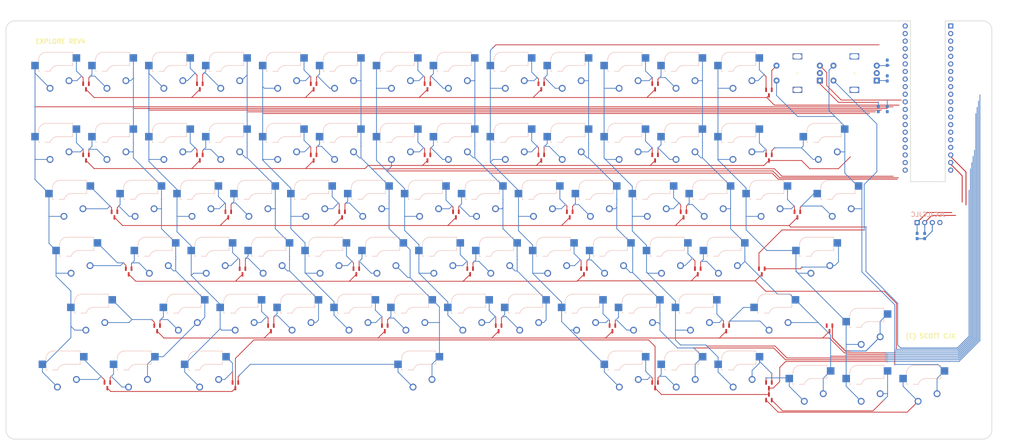
<source format=kicad_pcb>
(kicad_pcb (version 20211014) (generator pcbnew)
  (layers (0 "F.Cu" signal) (31 "B.Cu" signal) (34 "B.Paste" user) (35 "F.Paste" user) (36 "B.SilkS" user "B.Silkscreen") (37 "F.SilkS" user "F.Silkscreen") (38 "B.Mask" user) (39 "F.Mask" user) (44 "Edge.Cuts" user))
  (net 0 "")
  (net 1 "Net-(D1-Pad1)")
  (net 2 "Net-(D1-Pad2)")
  (net 3 "Net-(D2-Pad1)")
  (net 4 "Net-(D2-Pad2)")
  (net 5 "Net-(D3-Pad1)")
  (net 6 "Net-(D3-Pad2)")
  (net 7 "Net-(D4-Pad1)")
  (net 8 "Net-(D4-Pad2)")
  (net 9 "Net-(D5-Pad1)")
  (net 10 "Net-(D5-Pad2)")
  (net 11 "Net-(D6-Pad1)")
  (net 12 "Net-(D6-Pad2)")
  (net 13 "Net-(D8-Pad1)")
  (net 14 "Net-(D9-Pad1)")
  (net 15 "Net-(D10-Pad1)")
  (net 16 "Net-(D10-Pad2)")
  (net 17 "Net-(D11-Pad1)")
  (net 18 "Net-(D12-Pad1)")
  (net 19 "Net-(D12-Pad2)")
  (net 20 "Net-(D13-Pad1)")
  (net 21 "Net-(D13-Pad2)")
  (net 22 "Net-(D14-Pad1)")
  (net 23 "Net-(D14-Pad2)")
  (net 24 "Net-(D15-Pad1)")
  (net 25 "Net-(D15-Pad2)")
  (net 26 "Net-(D16-Pad1)")
  (net 27 "Net-(D16-Pad2)")
  (net 28 "Net-(D17-Pad1)")
  (net 29 "Net-(D17-Pad2)")
  (net 30 "Net-(D18-Pad1)")
  (net 31 "Net-(D18-Pad2)")
  (net 32 "Net-(D19-Pad1)")
  (net 33 "Net-(D19-Pad2)")
  (net 34 "Net-(D20-Pad1)")
  (net 35 "Net-(D20-Pad2)")
  (net 36 "Net-(D21-Pad1)")
  (net 37 "Net-(D21-Pad2)")
  (net 38 "Net-(D22-Pad1)")
  (net 39 "Net-(D22-Pad2)")
  (net 40 "Net-(D23-Pad1)")
  (net 41 "Net-(D23-Pad2)")
  (net 42 "Net-(D24-Pad1)")
  (net 43 "Net-(D24-Pad2)")
  (net 44 "Net-(D25-Pad1)")
  (net 45 "Net-(D25-Pad2)")
  (net 46 "Net-(D26-Pad1)")
  (net 47 "Net-(D26-Pad2)")
  (net 48 "Net-(D27-Pad1)")
  (net 49 "Net-(D27-Pad2)")
  (net 50 "Net-(D28-Pad1)")
  (net 51 "Net-(D29-Pad1)")
  (net 52 "Net-(D30-Pad1)")
  (net 53 "Net-(D30-Pad2)")
  (net 54 "Net-(D31-Pad1)")
  (net 55 "Net-(D31-Pad2)")
  (net 56 "Net-(D32-Pad1)")
  (net 57 "Net-(D32-Pad2)")
  (net 58 "Net-(D33-Pad1)")
  (net 59 "Net-(D33-Pad2)")
  (net 60 "Net-(D34-Pad1)")
  (net 61 "Net-(D34-Pad2)")
  (net 62 "Net-(D37-Pad1)")
  (net 63 "Net-(D37-Pad2)")
  (net 64 "Net-(D38-Pad1)")
  (net 65 "Net-(D38-Pad2)")
  (net 66 "Net-(D39-Pad1)")
  (net 67 "Net-(D39-Pad2)")
  (net 68 "Net-(D40-Pad1)")
  (net 69 "Net-(D40-Pad2)")
  (net 70 "Net-(D8-Pad2)")
  (net 71 "Net-(D29-Pad2)")
  (net 72 "Net-(D36-Pad2)")
  (net 73 "Net-(D36-Pad1)")
  (net 74 "Net-(D35-Pad1)")
  (net 76 "/ROW 0")
  (net 77 "/ROW 1")
  (net 78 "/ROW 2")
  (net 79 "/COL 0")
  (net 80 "/COL 1")
  (net 81 "/COL 2")
  (net 82 "/COL 3")
  (net 83 "/COL 4")
  (net 84 "/COL 5")
  (net 85 "/COL 6")
  (net 86 "/COL 7")
  (net 87 "/COL 8")
  (net 89 "+3V3")
  (net 90 "/UART1_TX")
  (net 91 "/UART1_RX")
  (net 94 "/ROT2_A")
  (net 95 "/~{RST}")
  (net 96 "/ROT2_B")
  (net 98 "unconnected-(U1-Pad18)")
  (net 102 "/ROW 3")
  (net 103 "/ROW 4")
  (net 104 "/ROW 5")
  (net 105 "/COL 9")
  (net 106 "/COL 10")
  (net 107 "/COL 11")
  (net 108 "/COL 12")
  (net 109 "/COL 13")
  (net 110 "GND")
  (net 111 "Net-(D7-Pad2)")
  (net 112 "Net-(D9-Pad2)")
  (net 113 "Net-(D11-Pad2)")
  (net 114 "/ROT1_B")
  (net 115 "/ROT1_A")
  (net 116 "/SCL1")
  (net 117 "/SDA1")
  (net 118 "/Key Matrix/ROT2_2")
  (net 119 "/Key Matrix/ROT1_2")
  (footprint "_scott_lib:MX_HS_Optional" (layer "F.Cu") (at 178.537485 77.475)
    (fp_text reference "SW6" hide)
    (fp_text value "SW_SPST")
  )
  (footprint "_scott_lib:SOT-23" (layer "F.Cu") (at 297.574985 143.8875 -90)
    (fp_text reference "D27" hide)
    (fp_text value "BAT54C")
  )
  (footprint "_scott_lib:MX_HS_Optional" (layer "F.Cu") (at 83.287485 77.475)
    (fp_text reference "SW1" hide)
    (fp_text value "SW_SPST")
  )
  (footprint "_scott_lib:SOT-23" (layer "F.Cu") (at 183.274985 143.8875 -90)
    (fp_text reference "D24" hide)
    (fp_text value "BAT54C")
  )
  (footprint "_scott_lib:SOT-23" (layer "F.Cu") (at 92.787485 105.7875 -90)
    (fp_text reference "D8" hide)
    (fp_text value "BAT54C")
  )
  (footprint "_scott_lib:MX_HS_Optional" (layer "F.Cu") (at 287.974985 139.3875)
    (fp_text reference "SW54" hide)
    (fp_text value "SW_SPST")
  )
  (footprint "_scott_lib:MX_HS_Optional" (layer "F.Cu") (at 202.412485 158.4375)
    (fp_text reference "SW62" hide)
    (fp_text value "SW_SPST")
  )
  (footprint "_scott_lib:MX_HS_Optional" (layer "F.Cu") (at 345.124985 120.3375)
    (fp_text reference "SW43" hide)
    (fp_text value "SW_SPST")
  )
  (footprint "_scott_lib:MX_HS_Optional" (layer "F.Cu") (at 273.849985 177.4875)
    (fp_text reference "SW74" hide)
    (fp_text value "SW_SPST")
  )
  (footprint "_scott_lib:MX_HS_Optional" (layer "F.Cu") (at 164.312485 158.4375)
    (fp_text reference "SW60" hide)
    (fp_text value "SW_SPST")
  )
  (footprint "_scott_lib:RotaryEncoder_Alps_EC11E-Switch_Vertical_H20mm" (layer "F.Cu") (at 330.937485 77.475 180)
    (fp_text reference "SW14" hide)
    (fp_text value "RotaryEncoder_Switch")
  )
  (footprint "_scott_lib:SOT-23" (layer "F.Cu") (at 116.599985 162.9375 -90)
    (fp_text reference "D29" hide)
    (fp_text value "BAT54C")
  )
  (footprint "_scott_lib:MX_HS_Optional" (layer "F.Cu") (at 354.812485 163.2)
    (fp_text reference "SW69" hide)
    (fp_text value "SW_SPST")
  )
  (footprint "_scott_lib:MountingHole_3.2mm_M3" (layer "F.Cu") (at 393 197)
    (fp_text reference "REF**" hide)
    (fp_text value "M3 Hole" hide)
  )
  (footprint "_scott_lib:SOT-23" (layer "F.Cu") (at 154.699985 162.9375 -90)
    (fp_text reference "D30" hide)
    (fp_text value "BAT54C")
  )
  (footprint "_scott_lib:MX_HS_Optional" (layer "F.Cu") (at 297.662485 158.4375)
    (fp_text reference "SW67" hide)
    (fp_text value "SW_SPST")
  )
  (footprint "_scott_lib:MX_HS_Optional" (layer "F.Cu") (at 111.762485 120.3375)
    (fp_text reference "SW31" hide)
    (fp_text value "SW_SPST")
  )
  (footprint "_scott_lib:SOT-23" (layer "F.Cu") (at 168.987485 81.975 -90)
    (fp_text reference "D3" hide)
    (fp_text value "BAT54C")
  )
  (footprint "_scott_lib:MX_HS_Optional" (layer "F.Cu") (at 133.381235 177.4875)
    (fp_text reference "SW72" hide)
    (fp_text value "SW_SPST")
  )
  (footprint "_scott_lib:MX_HS_Optional" (layer "F.Cu") (at 268.924985 139.3875)
    (fp_text reference "SW53" hide)
    (fp_text value "SW_SPST")
  )
  (footprint "_scott_lib:MX_HS_Optional" (layer "F.Cu") (at 168.912485 120.3375)
    (fp_text reference "SW34" hide)
    (fp_text value "SW_SPST")
  )
  (footprint "_scott_lib:MX_HS_Optional" (layer "F.Cu") (at 197.587485 101.2875)
    (fp_text reference "SW22" hide)
    (fp_text value "SW_SPST")
  )
  (footprint "_scott_lib:MX_HS_Optional" (layer "F.Cu") (at 173.674985 139.3875)
    (fp_text reference "SW48" hide)
    (fp_text value "SW_SPST")
  )
  (footprint "_scott_lib:MX_HS_Optional" (layer "F.Cu") (at 140.437485 77.475)
    (fp_text reference "SW4" hide)
    (fp_text value "SW_SPST")
  )
  (footprint "_scott_lib:MX_HS_Optional" (layer "F.Cu") (at 126.237485 158.4375)
    (fp_text reference "SW58" hide)
    (fp_text value "SW_SPST")
  )
  (footprint "_scott_lib:MX_HS_Optional" (layer "F.Cu") (at 207.012485 120.3375)
    (fp_text reference "SW36" hide)
    (fp_text value "SW_SPST")
  )
  (footprint "_scott_lib:MountingHole_3.2mm_M3" (layer "F.Cu") (at 225 197)
    (fp_text reference "REF**" hide)
    (fp_text value "M3 Hole" hide)
  )
  (footprint "_scott_lib:SOT-23" (layer "F.Cu") (at 319.006235 143.8875 -90)
    (fp_text reference "D28" hide)
    (fp_text value "BAT54C")
  )
  (footprint "keyswitch_pretty:Stabilizer_MX_2u" (layer "F.Cu") (at 340.462485 101.2875)
    (fp_text reference "STAB1" hide)
    (fp_text value "Stabilizer_MX_2u" hide)
  )
  (footprint "_scott_lib:SOT-23" (layer "F.Cu") (at 341.674985 162.9375 -90)
    (fp_text reference "D35" hide)
    (fp_text value "BAT54C")
  )
  (footprint "_scott_lib:SOT-23" (layer "F.Cu") (at 130.887485 81.975 -90)
    (fp_text reference "D2" hide)
    (fp_text value "BAT54C")
  )
  (footprint "_scott_lib:MX_HS_Optional" (layer "F.Cu") (at 245.112485 120.3375)
    (fp_text reference "SW38" hide)
    (fp_text value "SW_SPST")
  )
  (footprint "_scott_lib:MX_HS_Optional" (layer "F.Cu") (at 187.962485 120.3375)
    (fp_text reference "SW35" hide)
    (fp_text value "SW_SPST")
  )
  (footprint "_scott_lib:MX_HS_Optional" (layer "F.Cu") (at 235.687485 77.475)
    (fp_text reference "SW9" hide)
    (fp_text value "SW_SPST")
  )
  (footprint "_scott_lib:MX_HS_Optional" (layer "F.Cu") (at 249.874985 139.3875)
    (fp_text reference "SW52" hide)
    (fp_text value "SW_SPST")
  )
  (footprint "_scott_lib:SOT-23" (layer "F.Cu") (at 230.899985 162.9375 -90)
    (fp_text reference "D32" hide)
    (fp_text value "BAT54C")
  )
  (footprint "keyswitch_pretty:Stabilizer_MX_2u" (layer "F.Cu") (at 337.981235 139.3875)
    (fp_text reference "STAB2" hide)
    (fp_text value "Stabilizer_MX_2u" hide)
  )
  (footprint "_scott_lib:MX_HS_Optional" (layer "F.Cu") (at 254.737485 101.2875)
    (fp_text reference "SW25" hide)
    (fp_text value "SW_SPST")
  )
  (footprint "_scott_lib:MountingHole_3.2mm_M3" (layer "F.Cu") (at 69 63)
    (fp_text reference "REF**" hide)
    (fp_text value "M3 Hole" hide)
  )
  (footprint "_scott_lib:MX_HS_Optional" (layer "F.Cu") (at 302.262485 120.3375)
    (fp_text reference "SW41" hide)
    (fp_text value "SW_SPST")
  )
  (footprint "_scott_lib:MX_HS_Optional" (layer "F.Cu") (at 337.981235 139.3875)
    (fp_text reference "SW56" hide)
    (fp_text value "SW_SPST")
  )
  (footprint "_scott_lib:MX_HS_Optional" (layer "F.Cu") (at 102.337485 77.475)
    (fp_text reference "SW2" hide)
    (fp_text value "SW_SPST")
  )
  (footprint "_scott_lib:SOT-23" (layer "F.Cu") (at 292.812485 124.8375 -90)
    (fp_text reference "D20" hide)
    (fp_text value "BAT54C")
  )
  (footprint "_scott_lib:MX_HS_Optional" (layer "F.Cu") (at 197.587485 77.475)
    (fp_text reference "SW7" hide)
    (fp_text value "SW_SPST")
  )
  (footprint "_scott_lib:SOT-23" (layer "F.Cu") (at 283.287485 81.975 -90)
    (fp_text reference "D6" hide)
    (fp_text value "BAT54C")
  )
  (footprint "_scott_lib:SOT-23" (layer "F.Cu") (at 130.887485 105.7875 -90)
    (fp_text reference "D9" hide)
    (fp_text value "BAT54C")
  )
  (footprint "_scott_lib:MX_HS_Optional" (layer "F.Cu") (at 321.312485 120.3375)
    (fp_text reference "SW42" hide)
    (fp_text value "SW_SPST")
  )
  (footprint "_scott_lib:RotaryEncoder_Alps_EC11E-Switch_Vertical_H20mm" (layer "F.Cu") (at 349.987485 77.475 180)
    (fp_text reference "SW15" hide)
    (fp_text value "RotaryEncoder_Switch")
  )
  (footprint "_scott_lib:SOT-23" (layer "F.Cu") (at 245.187485 105.7875 -90)
    (fp_text reference "D12" hide)
    (fp_text value "BAT54C")
  )
  (footprint "_scott_lib:MountingHole_3.2mm_M3" (layer "F.Cu") (at 237 197)
    (fp_text reference "REF**" hide)
    (fp_text value "M3 Hole" hide)
  )
  (footprint "_scott_lib:MX_HS_Optional" (layer "F.Cu") (at 292.837485 101.2875)
    (fp_text reference "SW27" hide)
    (fp_text value "SW_SPST")
  )
  (footprint "_scott_lib:MX_HS_Optional" (layer "F.Cu") (at 109.568735 177.4875)
    (fp_text reference "SW71" hide)
    (fp_text value "SW_SPST")
  )
  (footprint "_scott_lib:SOT-23" (layer "F.Cu") (at 283.287485 105.7875 -90)
    (fp_text reference "D13" hide)
    (fp_text value "BAT54C")
  )
  (footprint "_scott_lib:MX_HS_Optional" (layer "F.Cu") (at 254.737485 77.475)
    (fp_text reference "SW10" hide)
    (fp_text value "SW_SPST")
  )
  (footprint "_scott_lib:MountingHole_3.2mm_M3" (layer "F.Cu") (at 393 63)
    (fp_text reference "REF**" hide)
    (fp_text value "M3 Hole" hide)
  )
  (footprint "_scott_lib:SOT-23" (layer "F.Cu") (at 102.312485 124.8375 -90)
    (fp_text reference "D15" hide)
    (fp_text value "BAT54C")
  )
  (footprint "_scott_lib:SOT-23" (layer "F.Cu") (at 142.793735 181.9875 -90)
    (fp_text reference "D37" hide)
    (fp_text value "BAT54C")
  )
  (footprint "_scott_lib:MX_HS_Optional" (layer "F.Cu") (at 335.762485 182.25)
    (fp_text reference "SW77" hide)
    (fp_text value "SW_SPST")
  )
  (footprint "_scott_lib:SOT-23" (layer "F.Cu") (at 178.512485 124.8375 -90)
    (fp_text reference "D17" hide)
    (fp_text value "BAT54C")
  )
  (footprint "_scott_lib:MX_HS_Optional" (layer "F.Cu") (at 102.337485 101.2875)
    (fp_text reference "SW17" hide)
    (fp_text value "SW_SPST")
  )
  (footprint "_scott_lib:SOT-23" (layer "F.Cu") (at 99.931235 181.9875 -90)
    (fp_text reference "D36" hide)
    (fp_text value "BAT54C")
  )
  (footprint "_scott_lib:MX_HS_Optional" (layer "F.Cu") (at 159.487485 101.2875)
    (fp_text reference "SW20" hide)
    (fp_text value "SW_SPST")
  )
  (footprint "_scott_lib:SOT-23" (layer "F.Cu") (at 245.187485 81.975 -90)
    (fp_text reference "D5" hide)
    (fp_text value "BAT54C")
  )
  (footprint "_scott_lib:MX_HS_Optional" (layer "F.Cu") (at 204.793735 177.4875)
    (fp_text reference "SW73" hide)
    (fp_text value "SW_SPST")
  )
  (footprint "_scott_lib:MX_HS_Optional" (layer "F.Cu") (at 230.824985 139.3875)
    (fp_text reference "SW51" hide)
    (fp_text value "SW_SPST")
  )
  (footprint "_scott_lib:SOT-23" (layer "F.Cu") (at 192.799985 162.9375 -90)
    (fp_text reference "D31" hide)
    (fp_text value "BAT54C")
  )
  (footprint "_scott_lib:MX_HS_Optional" (layer "F.Cu") (at 311.887485 101.2875)
    (fp_text reference "SW28" hide)
    (fp_text value "SW_SPST")
  )
  (footprint "_scott_lib:MX_HS_Optional" (layer "F.Cu") (at 135.574985 139.3875)
    (fp_text reference "SW46" hide)
    (fp_text value "SW_SPST")
  )
  (footprint "_scott_lib:SOT-23" (layer "F.Cu") (at 207.087485 81.975 -90)
    (fp_text reference "D4" hide)
    (fp_text value "BAT54C")
  )
  (footprint "_scott_lib:MX_HS_Optional" (layer "F.Cu") (at 87.949985 120.3375)
    (fp_text reference "SW30" hide)
    (fp_text value "SW_SPST")
  )
  (footprint "_scott_lib:SOT-23" (layer "F.Cu") (at 168.987485 105.7875 -90)
    (fp_text reference "D10" hide)
    (fp_text value "BAT54C")
  )
  (footprint "Mounting_Keyboard_Stabilizer:Stabilizer_Cherry_MX_6.25u" (layer "F.Cu") (at 204.787485 177.475 180)
    (fp_text reference "STAB4" hide)
    (fp_text value "Stabilizer_Cherry_MX_6.25u" hide)
  )
  (footprint "_scott_lib:MX_HS_Optional" (layer "F.Cu") (at 354.812485 182.25)
    (fp_text reference "SW78" hide)
    (fp_text value "SW_SPST")
  )
  (footprint "_scott_lib:MX_HS_Optional" (layer "F.Cu") (at 235.687485 101.2875)
    (fp_text reference "SW24" hide)
    (fp_text value "SW_SPST")
  )
  (footprint "_scott_lib:MX_HS_Optional" (layer "F.Cu") (at 240.512485 158.4375)
    (fp_text reference "SW64" hide)
    (fp_text value "SW_SPST")
  )
  (footprint "_scott_lib:MX_HS_Optional" (layer "F.Cu") (at 85.756235 177.4875)
    (fp_text reference "SW70" hide)
    (fp_text value "SW_SPST")
  )
  (footprint "_scott_lib:MX_HS_Optional" (layer "F.Cu") (at 311.949985 177.4875)
    (fp_text reference "SW76" hide)
    (fp_text value "SW_SPST")
  )
  (footprint "_scott_lib:MX_HS_Optional" (layer "F.Cu") (at 273.787485 77.475)
    (fp_text reference "SW11" hide)
    (fp_text value "SW_SPST")
  )
  (footprint "_scott_lib:MX_HS_Optional" (layer "F.Cu") (at 192.724985 139.3875)
    (fp_text reference "SW49" hide)
    (fp_text value "SW_SPST")
  )
  (footprint "_scott_lib:MX_HS_Optional" (layer "F.Cu") (at 373.862485 182.25)
    (fp_text reference "SW79" hide)
    (fp_text value "SW_SPST")
  )
  (footprint "_scott_lib:SOT-23" (layer "F.Cu") (at 321.387485 84 -90)
    (fp_text reference "D7" hide)
    (fp_text value "BAT54C")
  )
  (footprint "_scott_lib:MX_HS_Optional" (layer "F.Cu") (at 121.387485 101.2875)
    (fp_text reference "SW18" hide)
    (fp_text value "SW_SPST")
  )
  (footprint "_scott_lib:MX_HS_Optional" (layer "F.Cu") (at 149.862485 120.3375)
    (fp_text reference "SW33" hide)
    (fp_text value "SW_SPST")
  )
  (footprint "_scott_lib:MX_HS_Optional" (layer "F.Cu") (at 323.981235 158.4375)
    (fp_text reference "SW68" hide)
    (fp_text value "SW_SPST")
  )
  (footprint "_scott_lib:SOT-23" (layer "F.Cu") (at 283.287485 181.9875 -90)
    (fp_text reference "D38" hide)
    (fp_text value "BAT54C")
  )
  (footprint "_scott_lib:MX_HS_Optional" (layer "F.Cu") (at 154.624985 139.3875)
    (fp_text reference "SW47" hide)
    (fp_text value "SW_SPST")
  )
  (footprint "_scott_lib:MountingHole_3.2mm_M3" (layer "F.Cu") (at 69 197)
    (fp_text reference "REF**" hide)
    (fp_text value "M3 Hole" hide)
  )
  (footprint "_scott_lib:MX_HS_Optional" (layer "F.Cu") (at 211.774985 139.3875)
    (fp_text reference "SW50" hide)
    (fp_text value "SW_SPST")
  )
  (footprint "_scott_lib:MX_HS_Optional" (layer "F.Cu") (at 130.812485 120.3375)
    (fp_text reference "SW32" hide)
    (fp_text value "SW_SPST")
  )
  (footprint "_scott_lib:MX_HS_Optional" (layer "F.Cu") (at 95.281235 158.4375)
    (fp_text reference "SW57" hide)
    (fp_text value "SW_SPST")
  )
  (footprint "_scott_lib:MX_HS_Optional" (layer "F.Cu") (at 273.787485 101.2875)
    (fp_text reference "SW26" hide)
    (fp_text value "SW_SPST")
  )
  (footprint "_scott_lib:MX_HS_Optional" (layer "F.Cu") (at 178.537485 101.2875)
    (fp_text reference "SW21" hide)
    (fp_text value "SW_SPST")
  )
  (footprint "keyswitch_pretty:Stabilizer_MX_2u" (layer "F.Cu") (at 95.281235 158.4375)
    (fp_text reference "STAB3" hide)
    (fp_text value "Stabilizer_MX_2u" hide)
  )
  (footprint "_scott_lib:MX_HS_Optional" (layer "F.Cu") (at 216.637485 101.2875)
    (fp_text reference "SW23" hide)
    (fp_text value "SW_SPST")
  )
  (footprint "_scott_lib:MountingHole_3.2mm_M3" (layer "F.Cu") (at 225.000002 63)
    (fp_text reference "REF**" hide)
    (fp_text value "M3 Hole" hide)
  )
  (footprint "_scott_lib:MX_HS_Optional" (layer "F.Cu") (at 90.331235 139.3875)
    (fp_text reference "SW44" hide)
    (fp_text value "SW_SPST")
  )
  (footprint "_scott_lib:MX_HS_Optional" (layer "F.Cu") (at 140.437485 101.2875)
    (fp_text reference "SW19" hide)
    (fp_text value "SW_SPST")
  )
  (footprint "_scott_lib:SOT-23" (layer "F.Cu") (at 140.412485 124.8375 -90)
    (fp_text reference "D16" hide)
    (fp_text value "BAT54C")
  )
  (footprint "_scott_lib:SOT-23" (layer "F.Cu") (at 207.087485 105.7875 -90)
    (fp_text reference "D11" hide)
    (fp_text value "BAT54C")
  )
  (footprint "_scott_lib:SOT-23" (layer "F.Cu") (at 268.999985 162.9375 -90)
    (fp_text reference "D33" hide)
    (fp_text value "BAT54C")
  )
  (footprint "_scott_lib:SOT-23" (layer "F.Cu") (at 107.074985 143.8875 -90)
    (fp_text reference "D22" hide)
    (fp_text value "BAT54C")
  )
  (footprint "_scott_lib:MX_HS_Optional" (layer "F.Cu") (at 283.212485 120.3375)
    (fp_text reference "SW40" hide)
    (fp_text value "SW_SPST")
  )
  (footprint "_scott_lib:SOT-23" (layer "F.Cu") (at 307.099985 162.9375 -90)
    (fp_text reference "D34" hide)
    (fp_text value "BAT54C")
  )
  (footprint "_scott_lib:MX_HS_Optional" (layer "F.Cu") (at 292.837485 77.475)
    (fp_text reference "SW12" hide)
    (fp_text value "SW_SPST")
  )
  (footprint "_scott_lib:MX_HS_Optional" (layer "F.Cu") (at 259.562485 158.4375)
    (fp_text reference "SW65" hide)
    (fp_text value "SW_SPST")
  )
  (footprint "_scott_lib:MX_HS_Optional" (layer "F.Cu") (at 83.287485 101.2875)
    (fp_text reference "SW16" hide)
    (fp_text value "SW_SPST")
  )
  (footprint "_scott_lib:MX_HS_Optional" (layer "F.Cu") (at 116.524985 139.3875)
    (fp_text reference "SW45" hide)
    (fp_text value "SW_SPST")
  )
  (footprint "_scott_lib:SOT-23" (layer "F.Cu") (at 321.387485 105.7875 -90)
    (fp_text reference "D14" hide)
    (fp_text value "BAT54C")
  )
  (footprint "_scott_lib:MX_HS_Optional" (layer "F.Cu") (at 226.062485 120.3375)
    (fp_text reference "SW37" hide)
    (fp_text value "SW_SPST")
  )
  (footprint "_scott_lib:MX_HS_Optional" (layer "F.Cu") (at 159.487485 77.475)
    (fp_text reference "SW5" hide)
    (fp_text value "SW_SPST")
  )
  (footprint "_scott_lib:SOT-23" (layer "F.Cu") (at 330.912485 124.8375 -90)
    (fp_text reference "D21" hide)
    (fp_text value "BAT54C")
  )
  (footprint "_scott_lib:MX_HS_Optional" (layer "F.Cu") (at 145.262485 158.4375)
    (fp_text reference "SW59" hide)
    (fp_text value "SW_SPST")
  )
  (footprint "_scott_lib:SOT-23" (layer "F.Cu") (at 221.374985 143.8875 -90)
    (fp_text reference "D25" hide)
    (fp_text value "BAT54C")
  )
  (footprint "_scott_lib:SOT-23" (layer "F.Cu") (at 259.474985 143.8875 -90)
    (fp_text reference "D26" hide)
    (fp_text value "BAT54C")
  )
  (footprint "_scott_lib:SOT-23" (layer "F.Cu") (at 145.174985 143.8875 -90)
    (fp_text reference "D23" hide)
    (fp_text value "BAT54C")
  )
  (footprint "_scott_lib:MX_HS_Optional" (layer "F.Cu") (at 292.899985 177.4875)
    (fp_text reference "SW75" hide)
    (fp_text value "SW_SPST")
  )
  (footprint "_scott_lib:MX_HS_Optional" (layer "F.Cu") (at 264.162485 120.3375)
    (fp_text reference "SW39" hide)
    (fp_text value "SW_SPST")
  )
  (footprint "_scott_lib:SSD1306_128X32" (layer "F.Cu") (at 371 127.5 90)
    (fp_text reference "U2" hide)
    (fp_text value "SSD1306" hide)
  )
  (footprint "_scott_lib:MX_HS_Optional" (layer "F.Cu") (at 307.024985 139.3875)
    (fp_text reference "SW55" hide)
    (fp_text value "SW_SPST")
  )
  (footprint "_scott_lib:MX_HS_Optional" (layer "F.Cu") (at 221.462485 158.4375)
    (fp_text reference "SW63" hide)
    (fp_text value "SW_SPST")
  )
  (footprint "_scott_lib:MX_HS_Optional" (layer "F.Cu") (at 278.612485 158.4375)
    (fp_text reference "SW66" hide)
    (fp_text value "SW_SPST")
  )
  (footprint "_scott_lib:SOT-23" (layer "F.Cu") (at 321.387485 181.9875 -90)
    (fp_text reference "D39" hide)
    (fp_text value "BAT54C")
  )
  (footprint "_scott_lib:MountingHole_3.2mm_M3" (layer "F.Cu") (at 237.000003 63)
    (fp_text reference "REF**" hide)
    (fp_text value "M3 Hole" hide)
  )
  (footprint "_scott_graphics_lib:muffin_glasses_fp" (layer "F.Cu") (at 375.5 144)
    (fp_text reference "G***" hide)
    (fp_text value "LOGO" hide)
  )
  (footprint "_scott_lib:MX_HS_Optional" (layer "F.Cu") (at 183.362485 158.4375)
    (fp_text reference "SW61" hide)
    (fp_text value "SW_SPST")
  )
  (footprint "_scott_lib:MX_HS_Optional" (layer "F.Cu") (at 121.387485 77.475)
    (fp_text reference "SW3" hide)
    (fp_text value "SW_SPST")
  )
  (footprint "_scott_lib:SOT-23" (layer "F.Cu") (at 216.612485 124.8375 -90)
    (fp_text reference "D18" hide)
    (fp_text value "BAT54C")
  )
  (footprint "_scott_lib:MX_HS_Optional" (layer "F.Cu") (at 216.637485 77.475)
    (fp_text reference "SW8" hide)
    (fp_text value "SW_SPST")
  )
  (footprint "_scott_lib:SOT-23" (layer "F.Cu") (at 254.712485 124.8375 -90)
    (fp_text reference "D19" hide)
    (fp_text value "BAT54C")
  )
  (footprint "_scott_lib:MX_HS_Optional" (layer "F.Cu") (at 340.462485 101.2875)
    (fp_text reference "SW29" hide)
    (fp_text value "SW_SPST")
  )
  (footprint "_scott_lib:MX_HS_Optional" (layer "F.Cu") (at 311.887485 77.475)
    (fp_text reference "SW13" hide)
    (fp_text value "SW_SPST")
  )
  (footprint "_scott_lib:SOT-23" (layer "F.Cu") (at 92.787485 81.975 -90)
    (fp_text reference "D1" hide)
    (fp_text value "BAT54C")
  )
  (footprint "_scott_lib:SOT-23" (layer "F.Cu") (at 321.387485 185.9875 90)
    (fp_text reference "D40" hide)
    (fp_text value "BAT54C")
  )
  (footprint "_scott_lib:C_0603_1608Metric_Pad1.08x0.95mm_HandSolder" (layer "B.Cu") (at 358 89.5 -90)
    (fp_text reference "C2" hide)
    (fp_text value "100n")
  )
  (footprint "_scott_lib:C_0603_1608Metric_Pad1.08x0.95mm_HandSolder" (layer "B.Cu") (at 361 79.25 90)
    (fp_text reference "C4" hide)
    (fp_text value "100n")
  )
  (footprint "_scott_lib:C_0603_1608Metric_Pad1.08x0.95mm_HandSolder" (layer "B.Cu") (at 371 132 90)
    (fp_text reference "R1" hide)
    (fp_text value "4k7" hide)
  )
  (footprint "_scott_lib:C_0603_1608Metric_Pad1.08x0.95mm_HandSolder" (layer "B.Cu") (at 361 89.5 -90)
    (fp_text reference "C1" hide)
    (fp_text value "100n")
  )
  (footprint "_scott_lib:C_0603_1608Metric_Pad1.08x0.95mm_HandSolder" (layer "B.Cu") (at 373.51 132 90)
    (fp_text reference "R2" hide)
    (fp_text value "4k7" hide)
  )
  (footprint "_scott_lib:C_0603_1608Metric_Pad1.08x0.95mm_HandSolder" (layer "B.Cu") (at 361 74 90)
    (fp_text reference "C3" hide)
    (fp_text value "100n")
  )
  (footprint "YAAJ_Blackpill:YAAJ_WeAct_BlackPill_2" (layer "B.Cu") (at 382.245 61.695 180)
    (fp_text reference "U1" hide)
    (fp_text value "YAAJ_WeAct_BlackPill_Part_Like" hide)
  )
  (gr_arc (start 396 197) (mid 395.12132 199.12132) (end 393 200) (layer "Edge.Cuts") (width 0.2))
  (gr_line (start 380.4 113.8) (end 380.4 60) (layer "Edge.Cuts") (width 0.2))
  (gr_line (start 393 200) (end 69 200) (layer "Edge.Cuts") (width 0.2))
  (gr_arc (start 69 200) (mid 66.87868 199.12132) (end 66 197) (layer "Edge.Cuts") (width 0.2))
  (gr_arc (start 393 60) (mid 395.12132 60.87868) (end 396 63) (layer "Edge.Cuts") (width 0.2))
  (gr_line (start 396 63) (end 396 197) (layer "Edge.Cuts") (width 0.2))
  (gr_line (start 380.4 60) (end 393 60) (layer "Edge.Cuts") (width 0.2))
  (gr_line (start 66 197) (end 66 63) (layer "Edge.Cuts") (width 0.2))
  (gr_line (start 368.8 113.8) (end 380.4 113.8) (layer "Edge.Cuts") (width 0.2))
  (gr_line (start 69 60) (end 368.8 60) (layer "Edge.Cuts") (width 0.2))
  (gr_arc (start 66 63) (mid 66.87868 60.87868) (end 69 60) (layer "Edge.Cuts") (width 0.2))
  (gr_line (start 368.8 60) (end 368.8 113.8) (layer "Edge.Cuts") (width 0.2))
  (gr_text "JLCJLCJLC" (at 374.7 124.8) (layer "B.SilkS") (effects (font (size 1.5 1.5) (thickness 0.3)) (justify mirror)))
  (gr_text "EXPLORE REV4" (at 84.25 66.85) (layer "F.SilkS") (effects (font (size 1.5 1.5) (thickness 0.3))))
  (gr_text "(C) SCOTT CJX" (at 375.5 165.5) (layer "F.SilkS") (effects (font (size 1.5 1.5) (thickness 0.3))))
  (segment (start 93.737485 81.0375) (end 93.737485 79.025) (width 0.25) (layer "F.Cu") (net 1))
  (segment (start 93.737485 79.025) (end 94.287485 78.475) (width 0.25) (layer "F.Cu") (net 1))
  (via (at 94.287485 78.475) (size 0.5) (drill 0.25) (layers "F.Cu" "B.Cu") (net 1))
  (segment (start 94.287485 78.475) (end 94.777485 77.985) (width 0.25) (layer "B.Cu") (net 1))
  (segment (start 94.777485 77.985) (end 94.777485 74.935) (width 0.25) (layer "B.Cu") (net 1))
  (segment (start 94.287485 78.475) (end 95.717485 78.475) (width 0.25) (layer "B.Cu") (net 1))
  (segment (start 95.717485 78.475) (end 99.797485 82.555) (width 0.25) (layer "B.Cu") (net 1))
  (segment (start 91.287485 78.475) (end 91.837485 79.025) (width 0.25) (layer "F.Cu") (net 2))
  (segment (start 91.837485 79.025) (end 91.837485 81.0375) (width 0.25) (layer "F.Cu") (net 2))
  (via (at 91.287485 78.475) (size 0.5) (drill 0.25) (layers "F.Cu" "B.Cu") (net 2))
  (segment (start 89.577485 76.765) (end 89.577485 72.395) (width 0.25) (layer "B.Cu") (net 2))
  (segment (start 87.097485 80.015) (end 89.747485 80.015) (width 0.25) (layer "B.Cu") (net 2))
  (segment (start 89.747485 80.015) (end 91.287485 78.475) (width 0.25) (layer "B.Cu") (net 2))
  (segment (start 91.287485 78.475) (end 89.577485 76.765) (width 0.25) (layer "B.Cu") (net 2))
  (segment (start 131.837485 81.0375) (end 131.837485 77.925) (width 0.25) (layer "F.Cu") (net 3))
  (segment (start 131.837485 77.925) (end 132.287485 77.475) (width 0.25) (layer "F.Cu") (net 3))
  (via (at 132.287485 77.475) (size 0.5) (drill 0.25) (layers "F.Cu" "B.Cu") (net 3))
  (segment (start 132.817485 77.475) (end 132.287485 77.475) (width 0.25) (layer "B.Cu") (net 3))
  (segment (start 132.287485 77.475) (end 132.877485 76.885) (width 0.25) (layer "B.Cu") (net 3))
  (segment (start 137.897485 82.555) (end 132.817485 77.475) (width 0.25) (layer "B.Cu") (net 3))
  (segment (start 132.877485 76.885) (end 132.877485 74.935) (width 0.25) (layer "B.Cu") (net 3))
  (segment (start 129.287485 77.475) (end 129.937485 78.125) (width 0.25) (layer "F.Cu") (net 4))
  (segment (start 129.937485 78.125) (end 129.937485 81.0375) (width 0.25) (layer "F.Cu") (net 4))
  (via (at 129.287485 77.475) (size 0.5) (drill 0.25) (layers "F.Cu" "B.Cu") (net 4))
  (segment (start 127.677485 75.865) (end 127.677485 72.395) (width 0.25) (layer "B.Cu") (net 4))
  (segment (start 129.287485 77.475) (end 127.677485 75.865) (width 0.25) (layer "B.Cu") (net 4))
  (segment (start 126.747485 80.015) (end 125.197485 80.015) (width 0.25) (layer "B.Cu") (net 4))
  (segment (start 129.287485 77.475) (end 126.747485 80.015) (width 0.25) (layer "B.Cu") (net 4))
  (segment (start 169.937485 78.825) (end 169.937485 81.0375) (width 0.25) (layer "F.Cu") (net 5))
  (segment (start 170.287485 78.475) (end 169.937485 78.825) (width 0.25) (layer "F.Cu") (net 5))
  (via (at 170.287485 78.475) (size 0.5) (drill 0.25) (layers "F.Cu" "B.Cu") (net 5))
  (segment (start 170.977485 77.785) (end 170.287485 78.475) (width 0.25) (layer "B.Cu") (net 5))
  (segment (start 170.977485 74.935) (end 170.977485 77.785) (width 0.25) (layer "B.Cu") (net 5))
  (segment (start 175.997485 82.555) (end 174.367485 82.555) (width 0.25) (layer "B.Cu") (net 5))
  (segment (start 174.367485 82.555) (end 170.287485 78.475) (width 0.25) (layer "B.Cu") (net 5))
  (segment (start 168.037485 78.725) (end 168.037485 81.0375) (width 0.25) (layer "F.Cu") (net 6))
  (segment (start 167.787485 78.475) (end 168.037485 78.725) (width 0.25) (layer "F.Cu") (net 6))
  (via (at 167.787485 78.475) (size 0.5) (drill 0.25) (layers "F.Cu" "B.Cu") (net 6))
  (segment (start 166.247485 80.015) (end 167.787485 78.475) (width 0.25) (layer "B.Cu") (net 6))
  (segment (start 165.777485 72.395) (end 165.777485 76.465) (width 0.25) (layer "B.Cu") (net 6))
  (segment (start 165.777485 76.465) (end 167.787485 78.475) (width 0.25) (layer "B.Cu") (net 6))
  (segment (start 163.297485 80.015) (end 166.247485 80.015) (width 0.25) (layer "B.Cu") (net 6))
  (segment (start 208.287485 78.475) (end 208.037485 78.725) (width 0.25) (layer "F.Cu") (net 7))
  (segment (start 208.037485 78.725) (end 208.037485 81.0375) (width 0.25) (layer "F.Cu") (net 7))
  (via (at 208.287485 78.475) (size 0.5) (drill 0.25) (layers "F.Cu" "B.Cu") (net 7))
  (segment (start 212.367485 82.555) (end 208.287485 78.475) (width 0.25) (layer "B.Cu") (net 7))
  (segment (start 214.097485 82.555) (end 212.367485 82.555) (width 0.25) (layer "B.Cu") (net 7))
  (segment (start 209.077485 77.685) (end 208.287485 78.475) (width 0.25) (layer "B.Cu") (net 7))
  (segment (start 209.077485 74.935) (end 209.077485 77.685) (width 0.25) (layer "B.Cu") (net 7))
  (segment (start 206.137485 78.825) (end 206.137485 81.0375) (width 0.25) (layer "F.Cu") (net 8))
  (segment (start 205.787485 78.475) (end 206.137485 78.825) (width 0.25) (layer "F.Cu") (net 8))
  (via (at 205.787485 78.475) (size 0.5) (drill 0.25) (layers "F.Cu" "B.Cu") (net 8))
  (segment (start 204.247485 80.015) (end 205.787485 78.475) (width 0.25) (layer "B.Cu") (net 8))
  (segment (start 203.877485 72.395) (end 203.877485 76.565) (width 0.25) (layer "B.Cu") (net 8))
  (segment (start 201.397485 80.015) (end 204.247485 80.015) (width 0.25) (layer "B.Cu") (net 8))
  (segment (start 203.877485 76.565) (end 205.787485 78.475) (width 0.25) (layer "B.Cu") (net 8))
  (segment (start 246.137485 79.125) (end 246.287485 78.975) (width 0.25) (layer "F.Cu") (net 9))
  (segment (start 246.137485 81.0375) (end 246.137485 79.125) (width 0.25) (layer "F.Cu") (net 9))
  (via (at 246.287485 78.975) (size 0.5) (drill 0.25) (layers "F.Cu" "B.Cu") (net 9))
  (segment (start 247.177485 78.085) (end 247.177485 74.935) (width 0.25) (layer "B.Cu") (net 9))
  (segment (start 252.197485 82.555) (end 249.867485 82.555) (width 0.25) (layer "B.Cu") (net 9))
  (segment (start 249.867485 82.555) (end 246.287485 78.975) (width 0.25) (layer "B.Cu") (net 9))
  (segment (start 246.287485 78.975) (end 247.177485 78.085) (width 0.25) (layer "B.Cu") (net 9))
  (segment (start 244.237485 79.425) (end 243.787485 78.975) (width 0.25) (layer "F.Cu") (net 10))
  (segment (start 244.237485 81.0375) (end 244.237485 79.425) (width 0.25) (layer "F.Cu") (net 10))
  (via (at 243.787485 78.975) (size 0.5) (drill 0.25) (layers "F.Cu" "B.Cu") (net 10))
  (segment (start 242.747485 80.015) (end 243.787485 78.975) (width 0.25) (layer "B.Cu") (net 10))
  (segment (start 241.977485 77.165) (end 241.977485 72.395) (width 0.25) (layer "B.Cu") (net 10))
  (segment (start 243.787485 78.975) (end 241.977485 77.165) (width 0.25) (layer "B.Cu") (net 10))
  (segment (start 239.497485 80.015) (end 242.747485 80.015) (width 0.25) (layer "B.Cu") (net 10))
  (segment (start 284.237485 81.0375) (end 284.237485 79.525) (width 0.25) (layer "F.Cu") (net 11))
  (segment (start 284.237485 79.525) (end 284.787485 78.975) (width 0.25) (layer "F.Cu") (net 11))
  (via (at 284.787485 78.975) (size 0.5) (drill 0.25) (layers "F.Cu" "B.Cu") (net 11))
  (segment (start 284.787485 78.975) (end 285.277485 78.485) (width 0.25) (layer "B.Cu") (net 11))
  (segment (start 285.277485 78.485) (end 285.277485 74.935) (width 0.25) (layer "B.Cu") (net 11))
  (segment (start 284.787485 78.975) (end 286.717485 78.975) (width 0.25) (layer "B.Cu") (net 11))
  (segment (start 286.717485 78.975) (end 290.297485 82.555) (width 0.25) (layer "B.Cu") (net 11))
  (segment (start 282.337485 79.025) (end 282.337485 81.0375) (width 0.25) (layer "F.Cu") (net 12))
  (segment (start 282.287485 78.975) (end 282.337485 79.025) (width 0.25) (layer "F.Cu") (net 12))
  (via (at 282.287485 78.975) (size 0.5) (drill 0.25) (layers "F.Cu" "B.Cu") (net 12))
  (segment (start 280.077485 76.765) (end 282.287485 78.975) (width 0.25) (layer "B.Cu") (net 12))
  (segment (start 281.247485 80.015) (end 282.287485 78.975) (width 0.25) (layer "B.Cu") (net 12))
  (segment (start 280.077485 72.395) (end 280.077485 76.765) (width 0.25) (layer "B.Cu") (net 12))
  (segment (start 277.597485 80.015) (end 281.247485 80.015) (width 0.25) (layer "B.Cu") (net 12))
  (segment (start 93.737485 104.85) (end 93.737485 103.025) (width 0.25) (layer "F.Cu") (net 13))
  (segment (start 93.737485 103.025) (end 93.787485 102.975) (width 0.25) (layer "F.Cu") (net 13))
  (via (at 93.787485 102.975) (size 0.5) (drill 0.25) (layers "F.Cu" "B.Cu") (net 13))
  (segment (start 94.777485 101.985) (end 94.777485 98.7475) (width 0.25) (layer "B.Cu") (net 13))
  (segment (start 93.787485 102.975) (end 96.404985 102.975) (width 0.25) (layer "B.Cu") (net 13))
  (segment (start 93.787485 102.975) (end 94.777485 101.985) (width 0.25) (layer "B.Cu") (net 13))
  (segment (start 96.404985 102.975) (end 99.797485 106.3675) (width 0.25) (layer "B.Cu") (net 13))
  (segment (start 131.837485 103.425) (end 132.287485 102.975) (width 0.25) (layer "F.Cu") (net 14))
  (segment (start 131.837485 104.85) (end 131.837485 103.425) (width 0.25) (layer "F.Cu") (net 14))
  (via (at 132.287485 102.975) (size 0.5) (drill 0.25) (layers "F.Cu" "B.Cu") (net 14))
  (segment (start 134.504985 102.975) (end 137.897485 106.3675) (width 0.25) (layer "B.Cu") (net 14))
  (segment (start 132.287485 102.975) (end 132.877485 102.385) (width 0.25) (layer "B.Cu") (net 14))
  (segment (start 132.287485 102.975) (end 134.504985 102.975) (width 0.25) (layer "B.Cu") (net 14))
  (segment (start 132.877485 102.385) (end 132.877485 98.7475) (width 0.25) (layer "B.Cu") (net 14))
  (segment (start 169.937485 102.325) (end 169.937485 104.85) (width 0.25) (layer "F.Cu") (net 15))
  (segment (start 170.287485 101.975) (end 169.937485 102.325) (width 0.25) (layer "F.Cu") (net 15))
  (via (at 170.287485 101.975) (size 0.5) (drill 0.25) (layers "F.Cu" "B.Cu") (net 15))
  (segment (start 170.287485 101.975) (end 171.604985 101.975) (width 0.25) (layer "B.Cu") (net 15))
  (segment (start 170.977485 98.7475) (end 170.977485 101.285) (width 0.25) (layer "B.Cu") (net 15))
  (segment (start 171.604985 101.975) (end 175.997485 106.3675) (width 0.25) (layer "B.Cu") (net 15))
  (segment (start 170.977485 101.285) (end 170.287485 101.975) (width 0.25) (layer "B.Cu") (net 15))
  (segment (start 168.037485 102.225) (end 168.037485 104.85) (width 0.25) (layer "F.Cu") (net 16))
  (segment (start 167.787485 101.975) (end 168.037485 102.225) (width 0.25) (layer "F.Cu") (net 16))
  (via (at 167.787485 101.975) (size 0.5) (drill 0.25) (layers "F.Cu" "B.Cu") (net 16))
  (segment (start 165.777485 99.965) (end 167.787485 101.975) (width 0.25) (layer "B.Cu") (net 16))
  (segment (start 165.777485 96.2075) (end 165.777485 99.965) (width 0.25) (layer "B.Cu") (net 16))
  (segment (start 165.934985 103.8275) (end 167.787485 101.975) (width 0.25) (layer "B.Cu") (net 16))
  (segment (start 163.297485 103.8275) (end 165.934985 103.8275) (width 0.25) (layer "B.Cu") (net 16))
  (segment (start 208.037485 102.725) (end 208.287485 102.475) (width 0.25) (layer "F.Cu") (net 17))
  (segment (start 208.037485 104.85) (end 208.037485 102.725) (width 0.25) (layer "F.Cu") (net 17))
  (via (at 208.287485 102.475) (size 0.5) (drill 0.25) (layers "F.Cu" "B.Cu") (net 17))
  (segment (start 209.077485 101.685) (end 209.077485 98.7475) (width 0.25) (layer "B.Cu") (net 17))
  (segment (start 212.179985 106.3675) (end 214.097485 106.3675) (width 0.25) (layer "B.Cu") (net 17))
  (segment (start 208.287485 102.475) (end 212.179985 106.3675) (width 0.25) (layer "B.Cu") (net 17))
  (segment (start 208.287485 102.475) (end 209.077485 101.685) (width 0.25) (layer "B.Cu") (net 17))
  (segment (start 246.137485 102.125) (end 246.137485 104.85) (width 0.25) (layer "F.Cu") (net 18))
  (segment (start 246.287485 101.975) (end 246.137485 102.125) (width 0.25) (layer "F.Cu") (net 18))
  (via (at 246.287485 101.975) (size 0.5) (drill 0.25) (layers "F.Cu" "B.Cu") (net 18))
  (segment (start 247.804985 101.975) (end 252.197485 106.3675) (width 0.25) (layer "B.Cu") (net 18))
  (segment (start 247.177485 98.7475) (end 247.177485 101.085) (width 0.25) (layer "B.Cu") (net 18))
  (segment (start 247.177485 101.085) (end 246.287485 101.975) (width 0.25) (layer "B.Cu") (net 18))
  (segment (start 246.287485 101.975) (end 247.804985 101.975) (width 0.25) (layer "B.Cu") (net 18))
  (segment (start 243.787485 101.975) (end 244.237485 102.425) (width 0.25) (layer "F.Cu") (net 19))
  (segment (start 244.237485 102.425) (end 244.237485 104.85) (width 0.25) (layer "F.Cu") (net 19))
  (via (at 243.787485 101.975) (size 0.5) (drill 0.25) (layers "F.Cu" "B.Cu") (net 19))
  (segment (start 239.497485 103.8275) (end 241.934985 103.8275) (width 0.25) (layer "B.Cu") (net 19))
  (segment (start 241.977485 100.165) (end 243.787485 101.975) (width 0.25) (layer "B.Cu") (net 19))
  (segment (start 241.934985 103.8275) (end 243.787485 101.975) (width 0.25) (layer "B.Cu") (net 19))
  (segment (start 241.977485 96.2075) (end 241.977485 100.165) (width 0.25) (layer "B.Cu") (net 19))
  (segment (start 284.237485 104.85) (end 284.237485 102.525) (width 0.25) (layer "F.Cu") (net 20))
  (segment (start 284.237485 102.525) (end 284.287485 102.475) (width 0.25) (layer "F.Cu") (net 20))
  (via (at 284.287485 102.475) (size 0.5) (drill 0.25) (layers "F.Cu" "B.Cu") (net 20))
  (segment (start 284.287485 102.475) (end 285.277485 101.485) (width 0.25) (layer "B.Cu") (net 20))
  (segment (start 285.277485 101.485) (end 285.277485 98.7475) (width 0.25) (layer "B.Cu") (net 20))
  (segment (start 288.179985 106.3675) (end 290.297485 106.3675) (width 0.25) (layer "B.Cu") (net 20))
  (segment (start 284.287485 102.475) (end 288.179985 106.3675) (width 0.25) (layer "B.Cu") (net 20))
  (segment (start 282.337485 102.525) (end 282.337485 104.85) (width 0.25) (layer "F.Cu") (net 21))
  (segment (start 282.287485 102.475) (end 282.337485 102.525) (width 0.25) (layer "F.Cu") (net 21))
  (via (at 282.287485 102.475) (size 0.5) (drill 0.25) (layers "F.Cu" "B.Cu") (net 21))
  (segment (start 280.077485 96.2075) (end 280.077485 100.265) (width 0.25) (layer "B.Cu") (net 21))
  (segment (start 280.077485 100.265) (end 282.287485 102.475) (width 0.25) (layer "B.Cu") (net 21))
  (segment (start 277.597485 103.8275) (end 280.934985 103.8275) (width 0.25) (layer "B.Cu") (net 21))
  (segment (start 280.934985 103.8275) (end 282.287485 102.475) (width 0.25) (layer "B.Cu") (net 21))
  (segment (start 323.287485 102.475) (end 322.337485 103.425) (width 0.25) (layer "F.Cu") (net 22))
  (segment (start 322.337485 103.425) (end 322.337485 104.85) (width 0.25) (layer "F.Cu") (net 22))
  (via (at 323.287485 102.475) (size 0.5) (drill 0.25) (layers "F.Cu" "B.Cu") (net 22))
  (segment (start 336.179985 106.3675) (end 332.287485 102.475) (width 0.25) (layer "B.Cu") (net 22))
  (segment (start 337.922485 106.3675) (end 336.179985 106.3675) (width 0.25) (layer "B.Cu") (net 22))
  (segment (start 332.287485 102.475) (end 323.287485 102.475) (width 0.25) (layer "B.Cu") (net 22))
  (segment (start 332.902485 101.86) (end 332.287485 102.475) (width 0.25) (layer "B.Cu") (net 22))
  (segment (start 332.902485 98.7475) (end 332.902485 101.86) (width 0.25) (layer "B.Cu") (net 22))
  (segment (start 320.287485 102.975) (end 320.437485 103.125) (width 0.25) (layer "F.Cu") (net 23))
  (segment (start 320.437485 103.125) (end 320.437485 104.85) (width 0.25) (layer "F.Cu") (net 23))
  (via (at 320.287485 102.975) (size 0.5) (drill 0.25) (layers "F.Cu" "B.Cu") (net 23))
  (segment (start 315.697485 103.8275) (end 319.434985 103.8275) (width 0.25) (layer "B.Cu") (net 23))
  (segment (start 319.434985 103.8275) (end 320.287485 102.975) (width 0.25) (layer "B.Cu") (net 23))
  (segment (start 318.177485 96.2075) (end 318.177485 100.865) (width 0.25) (layer "B.Cu") (net 23))
  (segment (start 318.177485 100.865) (end 320.287485 102.975) (width 0.25) (layer "B.Cu") (net 23))
  (segment (start 103.262485 123.9) (end 103.262485 122.5) (width 0.25) (layer "F.Cu") (net 24))
  (segment (start 103.262485 122.5) (end 103.787485 121.975) (width 0.25) (layer "F.Cu") (net 24))
  (via (at 103.787485 121.975) (size 0.5) (drill 0.25) (layers "F.Cu" "B.Cu") (net 24))
  (segment (start 103.787485 121.975) (end 107.229985 125.4175) (width 0.25) (layer "B.Cu") (net 24))
  (segment (start 104.202485 121.56) (end 104.202485 117.7975) (width 0.25) (layer "B.Cu") (net 24))
  (segment (start 107.229985 125.4175) (end 109.222485 125.4175) (width 0.25) (layer "B.Cu") (net 24))
  (segment (start 103.787485 121.975) (end 104.202485 121.56) (width 0.25) (layer "B.Cu") (net 24))
  (segment (start 101.362485 123.9) (end 101.362485 122.55) (width 0.25) (layer "F.Cu") (net 25))
  (segment (start 101.362485 122.55) (end 100.787485 121.975) (width 0.25) (layer "F.Cu") (net 25))
  (via (at 100.787485 121.975) (size 0.5) (drill 0.25) (layers "F.Cu" "B.Cu") (net 25))
  (segment (start 94.239985 115.4275) (end 94.239985 115.2575) (width 0.25) (layer "B.Cu") (net 25))
  (segment (start 99.884985 122.8775) (end 100.787485 121.975) (width 0.25) (layer "B.Cu") (net 25))
  (segment (start 100.787485 121.975) (end 94.239985 115.4275) (width 0.25) (layer "B.Cu") (net 25))
  (segment (start 91.759985 122.8775) (end 99.884985 122.8775) (width 0.25) (layer "B.Cu") (net 25))
  (segment (start 141.362485 121.4) (end 141.362485 123.9) (width 0.25) (layer "F.Cu") (net 26))
  (segment (start 141.787485 120.975) (end 141.362485 121.4) (width 0.25) (layer "F.Cu") (net 26))
  (via (at 141.787485 120.975) (size 0.5) (drill 0.25) (layers "F.Cu" "B.Cu") (net 26))
  (segment (start 142.879985 120.975) (end 147.322485 125.4175) (width 0.25) (layer "B.Cu") (net 26))
  (segment (start 142.302485 120.46) (end 141.787485 120.975) (width 0.25) (layer "B.Cu") (net 26))
  (segment (start 142.302485 117.7975) (end 142.302485 120.46) (width 0.25) (layer "B.Cu") (net 26))
  (segment (start 141.787485 120.975) (end 142.879985 120.975) (width 0.25) (layer "B.Cu") (net 26))
  (segment (start 139.287485 120.975) (end 139.462485 121.15) (width 0.25) (layer "F.Cu") (net 27))
  (segment (start 139.462485 121.15) (end 139.462485 123.9) (width 0.25) (layer "F.Cu") (net 27))
  (via (at 139.287485 120.975) (size 0.5) (drill 0.25) (layers "F.Cu" "B.Cu") (net 27))
  (segment (start 134.622485 122.8775) (end 137.384985 122.8775) (width 0.25) (layer "B.Cu") (net 27))
  (segment (start 137.102485 118.79) (end 139.287485 120.975) (width 0.25) (layer "B.Cu") (net 27))
  (segment (start 137.384985 122.8775) (end 139.287485 120.975) (width 0.25) (layer "B.Cu") (net 27))
  (segment (start 137.102485 115.2575) (end 137.102485 118.79) (width 0.25) (layer "B.Cu") (net 27))
  (segment (start 179.787485 120.975) (end 179.462485 121.3) (width 0.25) (layer "F.Cu") (net 28))
  (segment (start 179.462485 121.3) (end 179.462485 123.9) (width 0.25) (layer "F.Cu") (net 28))
  (via (at 179.787485 120.975) (size 0.5) (drill 0.25) (layers "F.Cu" "B.Cu") (net 28))
  (segment (start 179.787485 120.975) (end 180.979985 120.975) (width 0.25) (layer "B.Cu") (net 28))
  (segment (start 180.402485 117.7975) (end 180.402485 120.36) (width 0.25) (layer "B.Cu") (net 28))
  (segment (start 180.402485 120.36) (end 179.787485 120.975) (width 0.25) (layer "B.Cu") (net 28))
  (segment (start 180.979985 120.975) (end 185.422485 125.4175) (width 0.25) (layer "B.Cu") (net 28))
  (segment (start 177.287485 120.975) (end 177.562485 121.25) (width 0.25) (layer "F.Cu") (net 29))
  (segment (start 177.562485 121.25) (end 177.562485 123.9) (width 0.25) (layer "F.Cu") (net 29))
  (via (at 177.287485 120.975) (size 0.5) (drill 0.25) (layers "F.Cu" "B.Cu") (net 29))
  (segment (start 175.202485 118.89) (end 177.287485 120.975) (width 0.25) (layer "B.Cu") (net 29))
  (segment (start 175.202485 115.2575) (end 175.202485 118.89) (width 0.25) (layer "B.Cu") (net 29))
  (segment (start 175.384985 122.8775) (end 177.287485 120.975) (width 0.25) (layer "B.Cu") (net 29))
  (segment (start 172.722485 122.8775) (end 175.384985 122.8775) (width 0.25) (layer "B.Cu") (net 29))
  (segment (start 217.562485 123.9) (end 217.562485 122.2) (width 0.25) (layer "F.Cu") (net 30))
  (segment (start 217.562485 122.2) (end 217.787485 121.975) (width 0.25) (layer "F.Cu") (net 30))
  (via (at 217.787485 121.975) (size 0.5) (drill 0.25) (layers "F.Cu" "B.Cu") (net 30))
  (segment (start 217.787485 121.975) (end 221.229985 125.4175) (width 0.25) (layer "B.Cu") (net 30))
  (segment (start 218.502485 121.26) (end 217.787485 121.975) (width 0.25) (layer "B.Cu") (net 30))
  (segment (start 221.229985 125.4175) (end 223.522485 125.4175) (width 0.25) (layer "B.Cu") (net 30))
  (segment (start 218.502485 117.7975) (end 218.502485 121.26) (width 0.25) (layer "B.Cu") (net 30))
  (segment (start 215.662485 122.35) (end 215.287485 121.975) (width 0.25) (layer "F.Cu") (net 31))
  (segment (start 215.662485 123.9) (end 215.662485 122.35) (width 0.25) (layer "F.Cu") (net 31))
  (via (at 215.287485 121.975) (size 0.5) (drill 0.25) (layers "F.Cu" "B.Cu") (net 31))
  (segment (start 215.287485 121.975) (end 213.302485 119.99) (width 0.25) (layer "B.Cu") (net 31))
  (segment (start 210.822485 122.8775) (end 214.384985 122.8775) (width 0.25) (layer "B.Cu") (net 31))
  (segment (start 214.384985 122.8775) (end 215.287485 121.975) (width 0.25) (layer "B.Cu") (net 31))
  (segment (start 213.302485 119.99) (end 213.302485 115.2575) (width 0.25) (layer "B.Cu") (net 31))
  (segment (start 255.662485 122.1) (end 256.287485 121.475) (width 0.25) (layer "F.Cu") (net 32))
  (segment (start 255.662485 123.9) (end 255.662485 122.1) (width 0.25) (layer "F.Cu") (net 32))
  (via (at 256.287485 121.475) (size 0.5) (drill 0.25) (layers "F.Cu" "B.Cu") (net 32))
  (segment (start 257.679985 121.475) (end 261.622485 125.4175) (width 0.25) (layer "B.Cu") (net 32))
  (segment (start 256.602485 121.16) (end 256.602485 117.7975) (width 0.25) (layer "B.Cu") (net 32))
  (segment (start 256.287485 121.475) (end 257.679985 121.475) (width 0.25) (layer "B.Cu") (net 32))
  (segment (start 256.287485 121.475) (end 256.602485 121.16) (width 0.25) (layer "B.Cu") (net 32))
  (segment (start 253.287485 121.475) (end 253.762485 121.95) (width 0.25) (layer "F.Cu") (net 33))
  (segment (start 253.762485 121.95) (end 253.762485 123.9) (width 0.25) (layer "F.Cu") (net 33))
  (via (at 253.287485 121.475) (size 0.5) (drill 0.25) (layers "F.Cu" "B.Cu") (net 33))
  (segment (start 248.922485 122.8775) (end 251.884985 122.8775) (width 0.25) (layer "B.Cu") (net 33))
  (segment (start 251.402485 115.2575) (end 251.402485 119.59) (width 0.25) (layer "B.Cu") (net 33))
  (segment (start 251.884985 122.8775) (end 253.287485 121.475) (width 0.25) (layer "B.Cu") (net 33))
  (segment (start 251.402485 119.59) (end 253.287485 121.475) (width 0.25) (layer "B.Cu") (net 33))
  (segment (start 293.762485 122) (end 294.287485 121.475) (width 0.25) (layer "F.Cu") (net 34))
  (segment (start 293.762485 123.9) (end 293.762485 122) (width 0.25) (layer "F.Cu") (net 34))
  (via (at 294.287485 121.475) (size 0.5) (drill 0.25) (layers "F.Cu" "B.Cu") (net 34))
  (segment (start 294.702485 121.06) (end 294.702485 117.7975) (width 0.25) (layer "B.Cu") (net 34))
  (segment (start 294.287485 121.475) (end 295.779985 121.475) (width 0.25) (layer "B.Cu") (net 34))
  (segment (start 294.287485 121.475) (end 294.702485 121.06) (width 0.25) (layer "B.Cu") (net 34))
  (segment (start 295.779985 121.475) (end 299.722485 125.4175) (width 0.25) (layer "B.Cu") (net 34))
  (segment (start 291.862485 123.9) (end 291.862485 121.55) (width 0.25) (layer "F.Cu") (net 35))
  (segment (start 291.862485 121.55) (end 291.287485 120.975) (width 0.25) (layer "F.Cu") (net 35))
  (via (at 291.287485 120.975) (size 0.5) (drill 0.25) (layers "F.Cu" "B.Cu") (net 35))
  (segment (start 289.384985 122.8775) (end 291.287485 120.975) (width 0.25) (layer "B.Cu") (net 35))
  (segment (start 289.502485 119.19) (end 289.502485 115.2575) (width 0.25) (layer "B.Cu") (net 35))
  (segment (start 287.022485 122.8775) (end 289.384985 122.8775) (width 0.25) (layer "B.Cu") (net 35))
  (segment (start 291.287485 120.975) (end 289.502485 119.19) (width 0.25) (layer "B.Cu") (net 35))
  (segment (start 331.862485 122.4) (end 332.287485 121.975) (width 0.25) (layer "F.Cu") (net 36))
  (segment (start 331.862485 123.9) (end 331.862485 122.4) (width 0.25) (layer "F.Cu") (net 36))
  (via (at 332.287485 121.975) (size 0.5) (drill 0.25) (layers "F.Cu" "B.Cu") (net 36))
  (segment (start 336.464985 117.7975) (end 337.564985 117.7975) (width 0.25) (layer "B.Cu") (net 36))
  (segment (start 332.287485 121.975) (end 339.142485 121.975) (width 0.25) (layer "B.Cu") (net 36))
  (segment (start 339.142485 121.975) (end 342.584985 125.4175) (width 0.25) (layer "B.Cu") (net 36))
  (segment (start 332.287485 121.975) (end 336.464985 117.7975) (width 0.25) (layer "B.Cu") (net 36))
  (segment (start 329.962485 122.15) (end 329.962485 123.9) (width 0.25) (layer "F.Cu") (net 37))
  (segment (start 329.787485 121.975) (end 329.962485 122.15) (width 0.25) (layer "F.Cu") (net 37))
  (via (at 329.787485 121.975) (size 0.5) (drill 0.25) (layers "F.Cu" "B.Cu") (net 37))
  (segment (start 327.602485 119.79) (end 329.787485 121.975) (width 0.25) (layer "B.Cu") (net 37))
  (segment (start 327.602485 115.2575) (end 327.602485 119.79) (width 0.25) (layer "B.Cu") (net 37))
  (segment (start 328.884985 122.8775) (end 329.787485 121.975) (width 0.25) (layer "B.Cu") (net 37))
  (segment (start 325.122485 122.8775) (end 328.884985 122.8775) (width 0.25) (layer "B.Cu") (net 37))
  (segment (start 108.024985 141.2375) (end 108.287485 140.975) (width 0.25) (layer "F.Cu") (net 38))
  (segment (start 108.024985 142.95) (end 108.024985 141.2375) (width 0.25) (layer "F.Cu") (net 38))
  (via (at 108.287485 140.975) (size 0.5) (drill 0.25) (layers "F.Cu" "B.Cu") (net 38))
  (segment (start 110.492485 140.975) (end 113.984985 144.4675) (width 0.25) (layer "B.Cu") (net 38))
  (segment (start 108.287485 140.975) (end 108.964985 140.2975) (width 0.25) (layer "B.Cu") (net 38))
  (segment (start 108.964985 140.2975) (end 108.964985 136.8475) (width 0.25) (layer "B.Cu") (net 38))
  (segment (start 108.287485 140.975) (end 110.492485 140.975) (width 0.25) (layer "B.Cu") (net 38))
  (segment (start 106.124985 141.8125) (end 105.287485 140.975) (width 0.25) (layer "F.Cu") (net 39))
  (segment (start 106.124985 142.95) (end 106.124985 141.8125) (width 0.25) (layer "F.Cu") (net 39))
  (via (at 105.287485 140.975) (size 0.5) (drill 0.25) (layers "F.Cu" "B.Cu") (net 39))
  (segment (start 105.287485 140.975) (end 103.288735 140.975) (width 0.25) (layer "B.Cu") (net 39))
  (segment (start 104.334985 141.9275) (end 105.287485 140.975) (width 0.25) (layer "B.Cu") (net 39))
  (segment (start 103.288735 140.975) (end 96.621235 134.3075) (width 0.25) (layer "B.Cu") (net 39))
  (segment (start 94.141235 141.9275) (end 104.334985 141.9275) (width 0.25) (layer "B.Cu") (net 39))
  (segment (start 146.124985 139.6375) (end 146.124985 142.95) (width 0.25) (layer "F.Cu") (net 40))
  (segment (start 146.287485 139.475) (end 146.124985 139.6375) (width 0.25) (layer "F.Cu") (net 40))
  (via (at 146.287485 139.475) (size 0.5) (drill 0.25) (layers "F.Cu" "B.Cu") (net 40))
  (segment (start 147.064985 138.6975) (end 146.287485 139.475) (width 0.25) (layer "B.Cu") (net 40))
  (segment (start 147.092485 139.475) (end 152.084985 144.4675) (width 0.25) (layer "B.Cu") (net 40))
  (segment (start 147.064985 136.8475) (end 147.064985 138.6975) (width 0.25) (layer "B.Cu") (net 40))
  (segment (start 146.287485 139.475) (end 147.092485 139.475) (width 0.25) (layer "B.Cu") (net 40))
  (segment (start 143.787485 139.475) (end 144.224985 139.9125) (width 0.25) (layer "F.Cu") (net 41))
  (segment (start 144.224985 139.9125) (end 144.224985 142.95) (width 0.25) (layer "F.Cu") (net 41))
  (via (at 143.787485 139.475) (size 0.5) (drill 0.25) (layers "F.Cu" "B.Cu") (net 41))
  (segment (start 139.384985 141.9275) (end 141.334985 141.9275) (width 0.25) (layer "B.Cu") (net 41))
  (segment (start 141.864985 134.3075) (end 141.864985 137.5525) (width 0.25) (layer "B.Cu") (net 41))
  (segment (start 141.864985 137.5525) (end 143.787485 139.475) (width 0.25) (layer "B.Cu") (net 41))
  (segment (start 141.334985 141.9275) (end 143.787485 139.475) (width 0.25) (layer "B.Cu") (net 41))
  (segment (start 184.224985 140.5375) (end 184.224985 142.95) (width 0.25) (layer "F.Cu") (net 42))
  (segment (start 184.287485 140.475) (end 184.224985 140.5375) (width 0.25) (layer "F.Cu") (net 42))
  (via (at 184.287485 140.475) (size 0.5) (drill 0.25) (layers "F.Cu" "B.Cu") (net 42))
  (segment (start 185.164985 139.5975) (end 184.287485 140.475) (width 0.25) (layer "B.Cu") (net 42))
  (segment (start 184.287485 140.475) (end 188.279985 144.4675) (width 0.25) (layer "B.Cu") (net 42))
  (segment (start 185.164985 136.8475) (end 185.164985 139.5975) (width 0.25) (layer "B.Cu") (net 42))
  (segment (start 188.279985 144.4675) (end 190.184985 144.4675) (width 0.25) (layer "B.Cu") (net 42))
  (segment (start 182.324985 141.0125) (end 182.324985 142.95) (width 0.25) (layer "F.Cu") (net 43))
  (segment (start 181.787485 140.475) (end 182.324985 141.0125) (width 0.25) (layer "F.Cu") (net 43))
  (via (at 181.787485 140.475) (size 0.5) (drill 0.25) (layers "F.Cu" "B.Cu") (net 43))
  (segment (start 180.334985 141.9275) (end 181.787485 140.475) (width 0.25) (layer "B.Cu") (net 43))
  (segment (start 179.964985 134.3075) (end 179.964985 138.6525) (width 0.25) (layer "B.Cu") (net 43))
  (segment (start 179.964985 138.6525) (end 181.787485 140.475) (width 0.25) (layer "B.Cu") (net 43))
  (segment (start 177.484985 141.9275) (end 180.334985 141.9275) (width 0.25) (layer "B.Cu") (net 43))
  (segment (start 222.324985 140.9375) (end 222.324985 142.95) (width 0.25) (layer "F.Cu") (net 44))
  (segment (start 222.787485 140.475) (end 222.324985 140.9375) (width 0.25) (layer "F.Cu") (net 44))
  (via (at 222.787485 140.475) (size 0.5) (drill 0.25) (layers "F.Cu" "B.Cu") (net 44))
  (segment (start 224.292485 140.475) (end 228.284985 144.4675) (width 0.25) (layer "B.Cu") (net 44))
  (segment (start 222.787485 140.475) (end 224.292485 140.475) (width 0.25) (layer "B.Cu") (net 44))
  (segment (start 223.264985 139.9975) (end 222.787485 140.475) (width 0.25) (layer "B.Cu") (net 44))
  (segment (start 223.264985 136.8475) (end 223.264985 139.9975) (width 0.25) (layer "B.Cu") (net 44))
  (segment (start 220.424985 140.6125) (end 220.424985 142.95) (width 0.25) (layer "F.Cu") (net 45))
  (segment (start 220.287485 140.475) (end 220.424985 140.6125) (width 0.25) (layer "F.Cu") (net 45))
  (via (at 220.287485 140.475) (size 0.5) (drill 0.25) (layers "F.Cu" "B.Cu") (net 45))
  (segment (start 218.834985 141.9275) (end 220.287485 140.475) (width 0.25) (layer "B.Cu") (net 45))
  (segment (start 215.584985 141.9275) (end 218.834985 141.9275) (width 0.25) (layer "B.Cu") (net 45))
  (segment (start 218.064985 134.3075) (end 218.064985 138.2525) (width 0.25) (layer "B.Cu") (net 45))
  (segment (start 218.064985 138.2525) (end 220.287485 140.475) (width 0.25) (layer "B.Cu") (net 45))
  (segment (start 260.424985 140.3375) (end 260.424985 142.95) (width 0.25) (layer "F.Cu") (net 46))
  (segment (start 260.787485 139.975) (end 260.424985 140.3375) (width 0.25) (layer "F.Cu") (net 46))
  (via (at 260.787485 139.975) (size 0.5) (drill 0.25) (layers "F.Cu" "B.Cu") (net 46))
  (segment (start 260.787485 139.975) (end 261.892485 139.975) (width 0.25) (layer "B.Cu") (net 46))
  (segment (start 261.364985 136.8475) (end 261.364985 139.3975) (width 0.25) (layer "B.Cu") (net 46))
  (segment (start 261.892485 139.975) (end 266.384985 144.4675) (width 0.25) (layer "B.Cu") (net 46))
  (segment (start 261.364985 139.3975) (end 260.787485 139.975) (width 0.25) (layer "B.Cu") (net 46))
  (segment (start 258.524985 140.2125) (end 258.524985 142.95) (width 0.25) (layer "F.Cu") (net 47))
  (segment (start 258.287485 139.975) (end 258.524985 140.2125) (width 0.25) (layer "F.Cu") (net 47))
  (via (at 258.287485 139.975) (size 0.5) (drill 0.25) (layers "F.Cu" "B.Cu") (net 47))
  (segment (start 253.684985 141.9275) (end 256.334985 141.9275) (width 0.25) (layer "B.Cu") (net 47))
  (segment (start 256.164985 134.3075) (end 256.164985 137.8525) (width 0.25) (layer "B.Cu") (net 47))
  (segment (start 256.334985 141.9275) (end 258.287485 139.975) (width 0.25) (layer "B.Cu") (net 47))
  (segment (start 256.164985 137.8525) (end 258.287485 139.975) (width 0.25) (layer "B.Cu") (net 47))
  (segment (start 298.787485 140.475) (end 298.524985 140.7375) (width 0.25) (layer "F.Cu") (net 48))
  (segment (start 298.524985 140.7375) (end 298.524985 142.95) (width 0.25) (layer "F.Cu") (net 48))
  (via (at 298.787485 140.475) (size 0.5) (drill 0.25) (layers "F.Cu" "B.Cu") (net 48))
  (segment (start 298.787485 140.475) (end 300.492485 140.475) (width 0.25) (layer "B.Cu") (net 48))
  (segment (start 300.492485 140.475) (end 304.484985 144.4675) (width 0.25) (layer "B.Cu") (net 48))
  (segment (start 299.464985 139.7975) (end 298.787485 140.475) (width 0.25) (layer "B.Cu") (net 48))
  (segment (start 299.464985 136.8475) (end 299.464985 139.7975) (width 0.25) (layer "B.Cu") (net 48))
  (segment (start 296.624985 142.95) (end 296.624985 140.3125) (width 0.25) (layer "F.Cu") (net 49))
  (segment (start 296.624985 140.3125) (end 295.787485 139.475) (width 0.25) (layer "F.Cu") (net 49))
  (via (at 295.787485 139.475) (size 0.5) (drill 0.25) (layers "F.Cu" "B.Cu") (net 49))
  (segment (start 294.264985 137.9525) (end 294.264985 134.3075) (width 0.25) (layer "B.Cu") (net 49))
  (segment (start 291.784985 141.9275) (end 293.334985 141.9275) (width 0.25) (layer "B.Cu") (net 49))
  (segment (start 293.334985 141.9275) (end 295.787485 139.475) (width 0.25) (layer "B.Cu") (net 49))
  (segment (start 295.787485 139.475) (end 294.264985 137.9525) (width 0.25) (layer "B.Cu") (net 49))
  (segment (start 332.4625 142.4125) (end 331.925 142.95) (width 0.25) (layer "F.Cu") (net 50))
  (segment (start 331.925 142.95) (end 319.956235 142.95) (width 0.25) (layer "F.Cu") (net 50))
  (via (at 332.4625 142.4125) (size 0.5) (drill 0.25) (layers "F.Cu" "B.Cu") (net 50))
  (segment (start 341.306235 142.4125) (end 341.791235 141.9275) (width 0.25) (layer "B.Cu") (net 50))
  (segment (start 343.407681 141.9275) (end 344.675 140.660181) (width 0.25) (layer "B.Cu") (net 50))
  (segment (start 341.791235 141.9275) (end 343.407681 141.9275) (width 0.25) (layer "B.Cu") (net 50))
  (segment (start 332.4625 142.4125) (end 341.306235 142.4125) (width 0.25) (layer "B.Cu") (net 50))
  (segment (start 344.675 140.660181) (end 344.675 134.711265) (width 0.25) (layer "B.Cu") (net 50))
  (segment (start 344.675 134.711265) (end 344.271235 134.3075) (width 0.25) (layer "B.Cu") (net 50))
  (segment (start 117.549985 160.2125) (end 117.787485 159.975) (width 0.25) (layer "F.Cu") (net 51))
  (segment (start 117.549985 162) (end 117.549985 160.2125) (width 0.25) (layer "F.Cu") (net 51))
  (via (at 117.787485 159.975) (size 0.5) (drill 0.25) (layers "F.Cu" "B.Cu") (net 51))
  (segment (start 118.677485 159.085) (end 118.677485 155.8975) (width 0.25) (layer "B.Cu") (net 51))
  (segment (start 117.787485 159.975) (end 120.154985 159.975) (width 0.25) (layer "B.Cu") (net 51))
  (segment (start 117.787485 159.975) (end 118.677485 159.085) (width 0.25) (layer "B.Cu") (net 51))
  (segment (start 120.154985 159.975) (end 123.697485 163.5175) (width 0.25) (layer "B.Cu") (net 51))
  (segment (start 155.649985 159.1125) (end 155.649985 162) (width 0.25) (layer "F.Cu") (net 52))
  (segment (start 156.037485 158.725) (end 155.649985 159.1125) (width 0.25) (layer "F.Cu") (net 52))
  (via (at 156.037485 158.725) (size 0.5) (drill 0.25) (layers "F.Cu" "B.Cu") (net 52))
  (segment (start 156.037485 158.725) (end 156.752485 158.01) (width 0.25) (layer "B.Cu") (net 52))
  (segment (start 156.037485 158.725) (end 156.979985 158.725) (width 0.25) (layer "B.Cu") (net 52))
  (segment (start 156.752485 158.01) (end 156.752485 155.8975) (width 0.25) (layer "B.Cu") (net 52))
  (segment (start 156.979985 158.725) (end 161.772485 163.5175) (width 0.25) (layer "B.Cu") (net 52))
  (segment (start 153.287485 158.975) (end 153.749985 159.4375) (width 0.25) (layer "F.Cu") (net 53))
  (segment (start 153.749985 159.4375) (end 153.749985 162) (width 0.25) (layer "F.Cu") (net 53))
  (via (at 153.287485 158.975) (size 0.5) (drill 0.25) (layers "F.Cu" "B.Cu") (net 53))
  (segment (start 149.072485 160.9775) (end 151.284985 160.9775) (width 0.25) (layer "B.Cu") (net 53))
  (segment (start 151.552485 153.3575) (end 151.552485 157.24) (width 0.25) (layer "B.Cu") (net 53))
  (segment (start 151.284985 160.9775) (end 153.287485 158.975) (width 0.25) (layer "B.Cu") (net 53))
  (segment (start 151.552485 157.24) (end 153.287485 158.975) (width 0.25) (layer "B.Cu") (net 53))
  (segment (start 193.749985 162) (end 193.749985 160.0125) (width 0.25) (layer "F.Cu") (net 54))
  (segment (start 193.749985 160.0125) (end 194.287485 159.475) (width 0.25) (layer "F.Cu") (net 54))
  (via (at 194.287485 159.475) (size 0.5) (drill 0.25) (layers "F.Cu" "B.Cu") (net 54))
  (segment (start 199.872485 163.5175) (end 195.829985 159.475) (width 0.25) (layer "B.Cu") (net 54))
  (segment (start 195.829985 159.475) (end 194.287485 159.475) (width 0.25) (layer "B.Cu") (net 54))
  (segment (start 194.287485 159.475) (end 194.852485 158.91) (width 0.25) (layer "B.Cu") (net 54))
  (segment (start 194.852485 158.91) (end 194.852485 155.8975) (width 0.25) (layer "B.Cu") (net 54))
  (segment (start 191.787485 158.975) (end 191.849985 159.0375) (width 0.25) (layer "F.Cu") (net 55))
  (segment (start 191.849985 159.0375) (end 191.849985 162) (width 0.25) (layer "F.Cu") (net 55))
  (via (at 191.787485 158.975) (size 0.5) (drill 0.25) (layers "F.Cu" "B.Cu") (net 55))
  (segment (start 189.784985 160.9775) (end 191.787485 158.975) (width 0.25) (layer "B.Cu") (net 55))
  (segment (start 189.652485 153.3575) (end 189.652485 156.84) (width 0.25) (layer "B.Cu") (net 55))
  (segment (start 189.652485 156.84) (end 191.787485 158.975) (width 0.25) (layer "B.Cu") (net 55))
  (segment (start 187.172485 160.9775) (end 189.784985 160.9775) (width 0.25) (layer "B.Cu") (net 55))
  (segment (start 231.849985 162) (end 231.849985 159.4125) (width 0.25) (layer "F.Cu") (net 56))
  (segment (start 231.849985 159.4125) (end 232.287485 158.975) (width 0.25) (layer "F.Cu") (net 56))
  (via (at 232.287485 158.975) (size 0.5) (drill 0.25) (layers "F.Cu" "B.Cu") (net 56))
  (segment (start 232.287485 158.975) (end 232.952485 158.31) (width 0.25) (layer "B.Cu") (net 56))
  (segment (start 233.429985 158.975) (end 237.972485 163.5175) (width 0.25) (layer "B.Cu") (net 56))
  (segment (start 232.952485 158.31) (end 232.952485 155.8975) (width 0.25) (layer "B.Cu") (net 56))
  (segment (start 232.287485 158.975) (end 233.429985 158.975) (width 0.25) (layer "B.Cu") (net 56))
  (segment (start 229.787485 158.975) (end 229.949985 159.1375) (width 0.25) (layer "F.Cu") (net 57))
  (segment (start 229.949985 159.1375) (end 229.949985 162) (width 0.25) (layer "F.Cu") (net 57))
  (via (at 229.787485 158.975) (size 0.5) (drill 0.25) (layers "F.Cu" "B.Cu") (net 57))
  (segment (start 227.752485 153.3575) (end 227.752485 156.94) (width 0.25) (layer "B.Cu") (net 57))
  (segment (start 227.752485 156.94) (end 229.787485 158.975) (width 0.25) (layer "B.Cu") (net 57))
  (segment (start 227.784985 160.9775) (end 229.787485 158.975) (width 0.25) (layer "B.Cu") (net 57))
  (segment (start 225.272485 160.9775) (end 227.784985 160.9775) (width 0.25) (layer "B.Cu") (net 57))
  (segment (start 269.949985 160.3125) (end 269.949985 162) (width 0.25) (layer "F.Cu") (net 58))
  (segment (start 270.287485 159.975) (end 269.949985 160.3125) (width 0.25) (layer "F.Cu") (net 58))
  (via (at 270.287485 159.975) (size 0.5) (drill 0.25) (layers "F.Cu" "B.Cu") (net 58))
  (segment (start 271.052485 155.8975) (end 271.052485 159.21) (width 0.25) (layer "B.Cu") (net 58))
  (segment (start 273.829985 163.5175) (end 270.287485 159.975) (width 0.25) (layer "B.Cu") (net 58))
  (segment (start 271.052485 159.21) (end 270.287485 159.975) (width 0.25) (layer "B.Cu") (net 58))
  (segment (start 276.072485 163.5175) (end 273.829985 163.5175) (width 0.25) (layer "B.Cu") (net 58))
  (segment (start 268.049985 160.2375) (end 268.049985 162) (width 0.25) (layer "F.Cu") (net 59))
  (segment (start 267.787485 159.975) (end 268.049985 160.2375) (width 0.25) (layer "F.Cu") (net 59))
  (via (at 267.787485 159.975) (size 0.5) (drill 0.25) (layers "F.Cu" "B.Cu") (net 59))
  (segment (start 266.784985 160.9775) (end 267.787485 159.975) (width 0.25) (layer "B.Cu") (net 59))
  (segment (start 265.852485 153.3575) (end 265.852485 158.04) (width 0.25) (layer "B.Cu") (net 59))
  (segment (start 265.852485 158.04) (end 267.787485 159.975) (width 0.25) (layer "B.Cu") (net 59))
  (segment (start 263.372485 160.9775) (end 266.784985 160.9775) (width 0.25) (layer "B.Cu") (net 59))
  (segment (start 308.049985 162) (end 308.049985 160.7125) (width 0.25) (layer "F.Cu") (net 60))
  (segment (start 308.049985 160.7125) (end 308.287485 160.475) (width 0.25) (layer "F.Cu") (net 60))
  (via (at 308.287485 160.475) (size 0.5) (drill 0.25) (layers "F.Cu" "B.Cu") (net 60))
  (segment (start 318.398735 160.475) (end 321.441235 163.5175) (width 0.25) (layer "B.Cu") (net 60))
  (segment (start 308.287485 160.475) (end 312.864985 155.8975) (width 0.25) (layer "B.Cu") (net 60))
  (segment (start 312.864985 155.8975) (end 316.421235 155.8975) (width 0.25) (layer "B.Cu") (net 60))
  (segment (start 308.287485 160.475) (end 318.398735 160.475) (width 0.25) (layer "B.Cu") (net 60))
  (segment (start 305.787485 159.975) (end 306.149985 160.3375) (width 0.25) (layer "F.Cu") (net 61))
  (segment (start 306.149985 160.3375) (end 306.149985 162) (width 0.25) (layer "F.Cu") (net 61))
  (via (at 305.787485 159.975) (size 0.5) (drill 0.25) (layers "F.Cu" "B.Cu") (net 61))
  (segment (start 303.952485 158.14) (end 305.787485 159.975) (width 0.25) (layer "B.Cu") (net 61))
  (segment (start 303.952485 153.3575) (end 303.952485 158.14) (width 0.25) (layer "B.Cu") (net 61))
  (segment (start 301.472485 160.9775) (end 304.784985 160.9775) (width 0.25) (layer "B.Cu") (net 61))
  (segment (start 304.784985 160.9775) (end 305.787485 159.975) (width 0.25) (layer "B.Cu") (net 61))
  (segment (start 144.037485 178.725) (end 143.743735 179.01875) (width 0.25) (layer "F.Cu") (net 62))
  (segment (start 143.743735 179.01875) (end 143.743735 181.05) (width 0.25) (layer "F.Cu") (net 62))
  (via (at 144.037485 178.725) (size 0.5) (drill 0.25) (layers "F.Cu" "B.Cu") (net 62))
  (segment (start 147.814985 174.9475) (end 197.233735 174.9475) (width 0.25) (layer "B.Cu") (net 62))
  (segment (start 197.233735 177.5475) (end 197.233735 174.9475) (width 0.25) (layer "B.Cu") (net 62))
  (segment (start 202.253735 182.5675) (end 197.233735 177.5475) (width 0.25) (layer "B.Cu") (net 62))
  (segment (start 144.037485 178.725) (end 147.814985 174.9475) (width 0.25) (layer "B.Cu") (net 62))
  (segment (start 141.843735 177.41875) (end 141.843735 181.05) (width 0.25) (layer "F.Cu") (net 63))
  (via (at 141.843735 177.41875) (size 0.5) (drill 0.25) (layers "F.Cu" "B.Cu") (net 63))
  (segment (start 139.234985 180.0275) (end 141.843735 177.41875) (width 0.25) (layer "B.Cu") (net 63))
  (segment (start 141.843735 174.58) (end 139.671235 172.4075) (width 0.25) (layer "B.Cu") (net 63))
  (segment (start 141.843735 177.41875) (end 141.843735 174.58) (width 0.25) (layer "B.Cu") (net 63))
  (segment (start 137.191235 180.0275) (end 139.234985 180.0275) (width 0.25) (layer "B.Cu") (net 63))
  (segment (start 284.237485 181.05) (end 284.237485 179.525) (width 0.25) (layer "F.Cu") (net 64))
  (segment (start 284.237485 179.525) (end 284.787485 178.975) (width 0.25) (layer "F.Cu") (net 64))
  (via (at 284.787485 178.975) (size 0.5) (drill 0.25) (layers "F.Cu" "B.Cu") (net 64))
  (segment (start 284.787485 178.975) (end 285.339985 178.4225) (width 0.25) (layer "B.Cu") (net 64))
  (segment (start 284.787485 178.975) (end 286.767485 178.975) (width 0.25) (layer "B.Cu") (net 64))
  (segment (start 285.339985 178.4225) (end 285.339985 174.9475) (width 0.25) (layer "B.Cu") (net 64))
  (segment (start 286.767485 178.975) (end 290.359985 182.5675) (width 0.25) (layer "B.Cu") (net 64))
  (segment (start 282.337485 181.05) (end 282.337485 179.525) (width 0.25) (layer "F.Cu") (net 65))
  (segment (start 282.337485 179.525) (end 281.787485 178.975) (width 0.25) (layer "F.Cu") (net 65))
  (via (at 281.787485 178.975) (size 0.5) (drill 0.25) (layers "F.Cu" "B.Cu") (net 65))
  (segment (start 280.155886 177.343401) (end 280.155886 176.979715) (width 0.25) (layer "B.Cu") (net 65))
  (segment (start 281.787485 178.975) (end 280.155886 177.343401) (width 0.25) (layer "B.Cu") (net 65))
  (segment (start 280.734985 180.0275) (end 281.787485 178.975) (width 0.25) (layer "B.Cu") (net 65))
  (segment (start 280.139985 176.963814) (end 280.139985 172.4075) (width 0.25) (layer "B.Cu") (net 65))
  (segment (start 280.155886 176.979715) (end 280.139985 176.963814) (width 0.25) (layer "B.Cu") (net 65))
  (segment (start 277.659985 180.0275) (end 280.734985 180.0275) (width 0.25) (layer "B.Cu") (net 65))
  (segment (start 322.287485 177.975) (end 322.337485 178.025) (width 0.25) (layer "F.Cu") (net 66))
  (segment (start 322.337485 178.025) (end 322.337485 181.05) (width 0.25) (layer "F.Cu") (net 66))
  (via (at 322.287485 177.975) (size 0.5) (drill 0.25) (layers "F.Cu" "B.Cu") (net 66))
  (segment (start 318.239985 174.543814) (end 318.239985 172.4075) (width 0.25) (layer "B.Cu") (net 66))
  (segment (start 318.239985 173.9275) (end 318.239985 172.4075) (width 0.25) (layer "B.Cu") (net 66))
  (segment (start 315.759985 177.023814) (end 318.239985 174.543814) (width 0.25) (layer "B.Cu") (net 66))
  (segment (start 322.287485 177.975) (end 318.239985 173.9275) (width 0.25) (layer "B.Cu") (net 66))
  (segment (start 315.759985 180.0275) (end 315.759985 177.023814) (width 0.25) (layer "B.Cu") (net 66))
  (segment (start 320.437485 179.475) (end 320.437485 181.05) (width 0.25) (layer "F.Cu") (net 67))
  (via (at 320.437485 179.475) (size 0.5) (drill 0.25) (layers "F.Cu" "B.Cu") (net 67))
  (segment (start 328.202485 182.31) (end 333.222485 187.33) (width 0.25) (layer "B.Cu") (net 67))
  (segment (start 327.967485 179.475) (end 328.202485 179.71) (width 0.25) (layer "B.Cu") (net 67))
  (segment (start 320.437485 179.475) (end 327.967485 179.475) (width 0.25) (layer "B.Cu") (net 67))
  (segment (start 328.202485 179.71) (end 328.202485 182.31) (width 0.25) (layer "B.Cu") (net 67))
  (segment (start 367.677485 190.975) (end 371.322485 187.33) (width 0.25) (layer "F.Cu") (net 68))
  (segment (start 320.437485 186.925) (end 324.487485 190.975) (width 0.25) (layer "F.Cu") (net 68))
  (segment (start 324.487485 190.975) (end 367.677485 190.975) (width 0.25) (layer "F.Cu") (net 68))
  (segment (start 366.302485 182.31) (end 371.322485 187.33) (width 0.25) (layer "B.Cu") (net 68))
  (segment (start 366.302485 179.71) (end 366.302485 182.31) (width 0.25) (layer "B.Cu") (net 68))
  (segment (start 322.337485 186.925) (end 325.937485 190.525) (width 0.25) (layer "F.Cu") (net 69))
  (segment (start 356.237485 190.525) (end 359.787485 186.975) (width 0.25) (layer "F.Cu") (net 69))
  (segment (start 325.937485 190.525) (end 356.237485 190.525) (width 0.25) (layer "F.Cu") (net 69))
  (via (at 359.787485 186.975) (size 0.5) (drill 0.25) (layers "F.Cu" "B.Cu") (net 69))
  (segment (start 361.118386 185.644099) (end 361.118386 184.868386) (width 0.25) (layer "B.Cu") (net 69))
  (segment (start 361.118386 184.868386) (end 361.118386 177.185901) (width 0.25) (layer "B.Cu") (net 69))
  (segment (start 361.04 184.79) (end 361.118386 184.868386) (width 0.25) (layer "B.Cu") (net 69))
  (segment (start 359.787485 186.975) (end 361.118386 185.644099) (width 0.25) (layer "B.Cu") (net 69))
  (segment (start 361.118386 177.185901) (end 361.102485 177.17) (width 0.25) (layer "B.Cu") (net 69))
  (segment (start 358.622485 184.79) (end 361.04 184.79) (width 0.25) (layer "B.Cu") (net 69))
  (segment (start 91.837485 103.025) (end 91.787485 102.975) (width 0.25) (layer "F.Cu") (net 70))
  (segment (start 91.837485 104.85) (end 91.837485 103.025) (width 0.25) (layer "F.Cu") (net 70))
  (via (at 91.787485 102.975) (size 0.5) (drill 0.25) (layers "F.Cu" "B.Cu") (net 70))
  (segment (start 89.577485 100.765) (end 89.577485 96.2075) (width 0.25) (layer "B.Cu") (net 70))
  (segment (start 90.934985 103.8275) (end 91.787485 102.975) (width 0.25) (layer "B.Cu") (net 70))
  (segment (start 87.097485 103.8275) (end 90.934985 103.8275) (width 0.25) (layer "B.Cu") (net 70))
  (segment (start 91.787485 102.975) (end 89.577485 100.765) (width 0.25) (layer "B.Cu") (net 70))
  (segment (start 114.787485 159.975) (end 115.649985 160.8375) (width 0.25) (layer "F.Cu") (net 71))
  (segment (start 115.649985 160.8375) (end 115.649985 162) (width 0.25) (layer "F.Cu") (net 71))
  (via (at 114.787485 159.975) (size 0.5) (drill 0.25) (layers "F.Cu" "B.Cu") (net 71))
  (segment (start 108.188735 159.975) (end 107.186235 160.9775) (width 0.25) (layer "B.Cu") (net 71))
  (segment (start 108.188735 159.975) (end 114.787485 159.975) (width 0.25) (layer "B.Cu") (net 71))
  (segment (start 101.571235 153.3575) (end 108.188735 159.975) (width 0.25) (layer "B.Cu") (net 71))
  (segment (start 107.186235 160.9775) (end 99.091235 160.9775) (width 0.25) (layer "B.Cu") (net 71))
  (segment (start 98.981235 180.16875) (end 98.981235 181.05) (width 0.25) (layer "F.Cu") (net 72))
  (segment (start 97.787485 178.975) (end 98.981235 180.16875) (width 0.25) (layer "F.Cu") (net 72))
  (via (at 97.787485 178.975) (size 0.5) (drill 0.25) (layers "F.Cu" "B.Cu") (net 72))
  (segment (start 89.566235 180.0275) (end 96.734985 180.0275) (width 0.25) (layer "B.Cu") (net 72))
  (segment (start 96.734985 180.0275) (end 97.787485 178.975) (width 0.25) (layer "B.Cu") (net 72))
  (segment (start 92.046235 173.23375) (end 92.046235 172.4075) (width 0.25) (layer "B.Cu") (net 72))
  (segment (start 97.787485 178.975) (end 92.046235 173.23375) (width 0.25) (layer "B.Cu") (net 72))
  (segment (start 100.881235 179.38125) (end 100.881235 181.05) (width 0.25) (layer "F.Cu") (net 73))
  (segment (start 101.287485 178.975) (end 100.881235 179.38125) (width 0.25) (layer "F.Cu") (net 73))
  (via (at 101.287485 178.975) (size 0.5) (drill 0.25) (layers "F.Cu" "B.Cu") (net 73))
  (segment (start 107.028735 182.5675) (end 104.879985 182.5675) (width 0.25) (layer "B.Cu") (net 73))
  (segment (start 104.879985 182.5675) (end 101.287485 178.975) (width 0.25) (layer "B.Cu") (net 73))
  (segment (start 102.008735 178.25375) (end 101.287485 178.975) (width 0.25) (layer "B.Cu") (net 73))
  (segment (start 102.008735 174.9475) (end 102.008735 178.25375) (width 0.25) (layer "B.Cu") (net 73))
  (segment (start 348.5 170.5) (end 347 170.5) (width 0.3) (layer "F.Cu") (net 74))
  (segment (start 347 170.5) (end 342.624985 166.124985) (width 0.3) (layer "F.Cu") (net 74))
  (segment (start 342.624985 166.124985) (end 342.624985 162) (width 0.3) (layer "F.Cu") (net 74))
  (via (at 348.5 170.5) (size 0.5) (drill 0.25) (layers "F.Cu" "B.Cu") (net 74))
  (segment (start 353.862485 170.5) (end 358.622485 165.74) (width 0.3) (layer "B.Cu") (net 74))
  (segment (start 358.622485 160.6) (end 358.622485 165.74) (width 0.25) (layer "B.Cu") (net 74))
  (segment (start 348.5 170.5) (end 353.862485 170.5) (width 0.3) (layer "B.Cu") (net 74))
  (segment (start 361.102485 158.12) (end 358.622485 160.6) (width 0.25) (layer "B.Cu") (net 74))
  (segment (start 204.349985 85.65) (end 242.449985 85.65) (width 0.25) (layer "F.Cu") (net 76))
  (segment (start 280.549985 85.65) (end 283.287485 82.9125) (width 0.25) (layer "F.Cu") (net 76))
  (segment (start 364.98 88.2) (end 323.224985 88.2) (width 0.25) (layer "F.Cu") (net 76))
  (segment (start 92.787485 82.9125) (end 95.524985 85.65) (width 0.25) (layer "F.Cu") (net 76))
  (segment (start 166.249985 85.65) (end 204.349985 85.65) (width 0.25) (layer "F.Cu") (net 76))
  (segment (start 95.524985 85.65) (end 128.149985 85.65) (width 0.25) (layer "F.Cu") (net 76))
  (segment (start 204.349985 85.65) (end 207.087485 82.9125) (width 0.25) (layer "F.Cu") (net 76))
  (segment (start 280.549985 85.65) (end 320.674985 85.65) (width 0.25) (layer "F.Cu") (net 76))
  (segment (start 323.224985 88.2) (end 320.674985 85.65) (width 0.25) (layer "F.Cu") (net 76))
  (segment (start 166.249985 85.65) (end 168.987485 82.9125) (width 0.25) (layer "F.Cu") (net 76))
  (segment (start 128.149985 85.65) (end 130.887485 82.9125) (width 0.25) (layer "F.Cu") (net 76))
  (segment (start 128.149985 85.65) (end 166.249985 85.65) (width 0.25) (layer "F.Cu") (net 76))
  (segment (start 242.449985 85.65) (end 245.187485 82.9125) (width 0.25) (layer "F.Cu") (net 76))
  (segment (start 320.674985 85.65) (end 321.387485 84.9375) (width 0.25) (layer "F.Cu") (net 76))
  (segment (start 242.449985 85.65) (end 280.549985 85.65) (width 0.25) (layer "F.Cu") (net 76))
  (segment (start 187.225 108.375) (end 205.437485 108.375) (width 0.25) (layer "F.Cu") (net 77))
  (segment (start 344.675 109.475) (end 348.685 105.465) (width 0.25) (layer "F.Cu") (net 77))
  (segment (start 243.537485 108.375) (end 245.187485 106.725) (width 0.25) (layer "F.Cu") (net 77))
  (segment (start 166.287485 109.425) (end 186.175 109.425) (width 0.25) (layer "F.Cu") (net 77))
  (segment (start 321.387485 106.725) (end 332.3 106.725) (width 0.25) (layer "F.Cu") (net 77))
  (segment (start 186.175 109.425) (end 187.225 108.375) (width 0.25) (layer "F.Cu") (net 77))
  (segment (start 166.287485 109.425) (end 168.987485 106.725) (width 0.25) (layer "F.Cu") (net 77))
  (segment (start 281.637485 108.375) (end 283.287485 106.725) (width 0.25) (layer "F.Cu") (net 77))
  (segment (start 205.437485 108.375) (end 207.087485 106.725) (width 0.25) (layer "F.Cu") (net 77))
  (segment (start 205.437485 108.375) (end 243.537485 108.375) (width 0.25) (layer "F.Cu") (net 77))
  (segment (start 95.5 109.425) (end 128.187485 109.425) (width 0.25) (layer "F.Cu") (net 77))
  (segment (start 92.8 106.725) (end 95.5 109.425) (width 0.25) (layer "F.Cu") (net 77))
  (segment (start 128.187485 109.425) (end 130.887485 106.725) (width 0.25) (layer "F.Cu") (net 77))
  (segment (start 128.187485 109.425) (end 166.287485 109.425) (width 0.25) (layer "F.Cu") (net 77))
  (segment (start 92.787485 106.725) (end 92.8 106.725) (width 0.25) (layer "F.Cu") (net 77))
  (segment (start 332.3 106.725) (end 335.05 109.475) (width 0.25) (layer "F.Cu") (net 77))
  (segment (start 281.637485 108.375) (end 319.737485 108.375) (width 0.25) (layer "F.Cu") (net 77))
  (segment (start 319.737485 108.375) (end 321.387485 106.725) (width 0.25) (layer "F.Cu") (net 77))
  (segment (start 243.537485 108.375) (end 281.637485 108.375) (width 0.25) (layer "F.Cu") (net 77))
  (segment (start 335.05 109.475) (end 344.675 109.475) (width 0.25) (layer "F.Cu") (net 77))
  (segment (start 105.037485 128.5) (end 137.687485 128.5) (width 0.25) (layer "F.Cu") (net 78))
  (segment (start 175.787485 128.5) (end 178.512485 125.775) (width 0.25) (layer "F.Cu") (net 78))
  (segment (start 290.087485 128.5) (end 328.187485 128.5) (width 0.25) (layer "F.Cu") (net 78))
  (segment (start 102.312485 125.775) (end 105.037485 128.5) (width 0.25) (layer "F.Cu") (net 78))
  (segment (start 213.887485 128.5) (end 216.612485 125.775) (width 0.25) (layer "F.Cu") (net 78))
  (segment (start 328.687485 129) (end 328.187485 128.5) (width 0.25) (layer "F.Cu") (net 78))
  (segment (start 213.887485 128.5) (end 251.987485 128.5) (width 0.25) (layer "F.Cu") (net 78))
  (segment (start 251.987485 128.5) (end 290.087485 128.5) (width 0.25) (layer "F.Cu") (net 78))
  (segment (start 353.861985 129) (end 328.687485 129) (width 0.25) (layer "F.Cu") (net 78))
  (segment (start 175.787485 128.5) (end 213.887485 128.5) (width 0.25) (layer "F.Cu") (net 78))
  (segment (start 328.187485 128.5) (end 330.912485 125.775) (width 0.25) (layer "F.Cu") (net 78))
  (segment (start 251.987485 128.5) (end 254.712485 125.775) (width 0.25) (layer "F.Cu") (net 78))
  (segment (start 137.687485 128.5) (end 175.787485 128.5) (width 0.25) (layer "F.Cu") (net 78))
  (segment (start 137.687485 128.5) (end 140.412485 125.775) (width 0.25) (layer "F.Cu") (net 78))
  (segment (start 290.087485 128.5) (end 292.812485 125.775) (width 0.25) (layer "F.Cu") (net 78))
  (via (at 353.861985 129) (size 0.5) (drill 0.25) (layers "F.Cu" "B.Cu") (net 78))
  (segment (start 388.4 116.7) (end 388.4 165.508832) (width 0.25) (layer "B.Cu") (net 78))
  (segment (start 384.433332 169.4755) (end 365.4755 169.4755) (width 0.25) (layer "B.Cu") (net 78))
  (segment (start 364.5 168.5) (end 364.5 154.5) (width 0.25) (layer "B.Cu") (net 78))
  (segment (start 353.861985 143.861985) (end 353.861985 129) (width 0.25) (layer "B.Cu") (net 78))
  (segment (start 388.4 165.508832) (end 384.433332 169.4755) (width 0.25) (layer "B.Cu") (net 78))
  (segment (start 364.5 154.5) (end 353.861985 143.861985) (width 0.25) (layer "B.Cu") (net 78))
  (segment (start 365.4755 169.4755) (end 364.5 168.5) (width 0.25) (layer "B.Cu") (net 78))
  (segment (start 75.731614 88.743386) (end 362.983386 88.743386) (width 0.25) (layer "F.Cu") (net 79))
  (segment (start 75.727485 88.747515) (end 75.731614 88.743386) (width 0.25) (layer "F.Cu") (net 79))
  (via (at 75.727485 88.747515) (size 0.5) (drill 0.25) (layers "F.Cu" "B.Cu") (net 79))
  (segment (start 75.7825 106.3675) (end 75.727485 106.422515) (width 0.25) (layer "B.Cu") (net 79))
  (segment (start 82.771235 145.45875) (end 87.721235 150.40875) (width 0.25) (layer "B.Cu") (net 79))
  (segment (start 89.03497 163.5175) (end 87.721235 162.203765) (width 0.25) (layer "B.Cu") (net 79))
  (segment (start 82.771235 136.8475) (end 82.771235 144.396235) (width 0.25) (layer "B.Cu") (net 79))
  (segment (start 75.727485 77.535) (end 80.747485 82.555) (width 0.25) (layer "B.Cu") (net 79))
  (segment (start 87.791235 144.4675) (end 82.8425 144.4675) (width 0.25) (layer "B.Cu") (net 79))
  (segment (start 87.721235 155.8975) (end 87.721235 162.203765) (width 0.25) (layer "B.Cu") (net 79))
  (segment (start 87.721235 162.203765) (end 87.721235 166.04125) (width 0.25) (layer "B.Cu") (net 79))
  (segment (start 87.721235 166.04125) (end 78.814985 174.9475) (width 0.25) (layer "B.Cu") (net 79))
  (segment (start 75.727485 98.7475) (end 75.727485 106.422515) (width 0.25) (layer "B.Cu") (net 79))
  (segment (start 75.727485 106.422515) (end 75.727485 113.135) (width 0.25) (layer "B.Cu") (net 79))
  (segment (start 80.389985 134.46625) (end 82.771235 136.8475) (width 0.25) (layer "B.Cu") (net 79))
  (segment (start 92.741235 163.5175) (end 89.03497 163.5175) (width 0.25) (layer "B.Cu") (net 79))
  (segment (start 80.389985 117.7975) (end 80.389985 125.460015) (width 0.25) (layer "B.Cu") (net 79))
  (segment (start 78.814985 174.9475) (end 78.196235 174.9475) (width 0.25) (layer "B.Cu") (net 79))
  (segment (start 78.196235 177.5475) (end 78.196235 174.9475) (width 0.25) (layer "B.Cu") (net 79))
  (segment (start 82.771235 144.396235) (end 82.771235 145.45875) (width 0.25) (layer "B.Cu") (net 79))
  (segment (start 83.216235 182.5675) (end 78.196235 177.5475) (width 0.25) (layer "B.Cu") (net 79))
  (segment (start 82.8425 144.4675) (end 82.771235 144.396235) (width 0.25) (layer "B.Cu") (net 79))
  (segment (start 75.727485 113.135) (end 80.389985 117.7975) (width 0.25) (layer "B.Cu") (net 79))
  (segment (start 80.389985 125.460015) (end 80.389985 134.46625) (width 0.25) (layer "B.Cu") (net 79))
  (segment (start 75.727485 74.935) (end 75.727485 98.7475) (width 0.25) (layer "B.Cu") (net 79))
  (segment (start 80.4325 125.4175) (end 80.389985 125.460015) (width 0.25) (layer "B.Cu") (net 79))
  (segment (start 80.747485 106.3675) (end 75.7825 106.3675) (width 0.25) (layer "B.Cu") (net 79))
  (segment (start 85.409985 125.4175) (end 80.4325 125.4175) (width 0.25) (layer "B.Cu") (net 79))
  (segment (start 87.721235 150.40875) (end 87.721235 155.8975) (width 0.25) (layer "B.Cu") (net 79))
  (segment (start 75.727485 74.935) (end 75.727485 77.535) (width 0.25) (layer "B.Cu") (net 79))
  (segment (start 108.643386 89.318386) (end 108.65 89.325) (width 0.25) (layer "F.Cu") (net 80))
  (segment (start 113.589312 89.322515) (end 114.065658 89.322515) (width 0.25) (layer "F.Cu") (net 80))
  (segment (start 108.65 89.325) (end 113.586827 89.325) (width 0.25) (layer "F.Cu") (net 80))
  (segment (start 114.065658 89.322515) (end 114.068143 89.325) (width 0.25) (layer "F.Cu") (net 80))
  (segment (start 114.068143 89.325) (end 361.025 89.325) (width 0.25) (layer "F.Cu") (net 80))
  (segment (start 113.586827 89.325) (end 113.589312 89.322515) (width 0.25) (layer "F.Cu") (net 80))
  (via (at 108.643386 89.318386) (size 0.5) (drill 0.25) (layers "F.Cu" "B.Cu") (net 80))
  (segment (start 118.052485 115.2575) (end 118.052485 119.813814) (width 0.25) (layer "B.Cu") (net 80))
  (segment (start 108.627485 101.811186) (end 108.627485 103.652485) (width 0.25) (layer "B.Cu") (net 80))
  (segment (start 118.052485 120.861186) (end 118.052485 122.902485) (width 0.25) (layer "B.Cu") (net 80))
  (segment (start 115.572485 122.8775) (end 118.0275 122.8775) (width 0.25) (layer "B.Cu") (net 80))
  (segment (start 118.052485 122.902485) (end 118.052485 129.545) (width 0.25) (layer "B.Cu") (net 80))
  (segment (start 108.643386 72.410901) (end 108.643386 78.968386) (width 0.25) (layer "B.Cu") (net 80))
  (segment (start 120.334985 141.9275) (end 122.052485 143.645) (width 0.25) (layer "B.Cu") (net 80))
  (segment (start 130.784985 160.9775) (end 130.047485 160.9775) (width 0.25) (layer "B.Cu") (net 80))
  (segment (start 108.627485 105.8325) (end 118.052485 115.2575) (width 0.25) (layer "B.Cu") (net 80))
  (segment (start 108.627485 100.763814) (end 108.643386 100.779715) (width 0.25) (layer "B.Cu") (net 80))
  (segment (start 108.627485 72.395) (end 108.643386 72.410901) (width 0.25) (layer "B.Cu") (net 80))
  (segment (start 108.627485 96.2075) (end 108.627485 100.763814) (width 0.25) (layer "B.Cu") (net 80))
  (segment (start 122.830886 138.879715) (end 122.830886 139.895285) (width 0.25) (layer "B.Cu") (net 80))
  (segment (start 122.052485 143.645) (end 122.814985 143.645) (width 0.25) (layer "B.Cu") (net 80))
  (segment (start 118.052485 119.813814) (end 118.068386 119.829715) (width 0.25) (layer "B.Cu") (net 80))
  (segment (start 113.378735 174.8875) (end 115.858735 172.4075) (width 0.25) (layer "B.Cu") (net 80))
  (segment (start 122.814985 139.911186) (end 122.814985 143.645) (width 0.25) (layer "B.Cu") (net 80))
  (segment (start 118.068386 119.829715) (end 118.068386 120.845285) (width 0.25) (layer "B.Cu") (net 80))
  (segment (start 108.643386 101.795285) (end 108.627485 101.811186) (width 0.25) (layer "B.Cu") (net 80))
  (segment (start 132.527485 153.3575) (end 132.543386 153.373401) (width 0.25) (layer "B.Cu") (net 80))
  (segment (start 118.052485 129.545) (end 122.814985 134.3075) (width 0.25) (layer "B.Cu") (net 80))
  (segment (start 107.763931 80.015) (end 108.643386 79.135545) (width 0.25) (layer "B.Cu") (net 80))
  (segment (start 108.45247 103.8275) (end 108.627485 103.652485) (width 0.25) (layer "B.Cu") (net 80))
  (segment (start 132.543386 159.219099) (end 130.784985 160.9775) (width 0.25) (layer "B.Cu") (net 80))
  (segment (start 132.543386 153.373401) (end 132.543386 159.219099) (width 0.25) (layer "B.Cu") (net 80))
  (segment (start 122.814985 134.3075) (end 122.814985 138.863814) (width 0.25) (layer "B.Cu") (net 80))
  (segment (start 130.047485 160.9775) (end 118.617485 172.4075) (width 0.25) (layer "B.Cu") (net 80))
  (segment (start 108.643386 100.779715) (end 108.643386 101.795285) (width 0.25) (layer "B.Cu") (net 80))
  (segment (start 118.617485 172.4075) (end 115.858735 172.4075) (width 0.25) (layer "B.Cu") (net 80))
  (segment (start 122.814985 143.645) (end 132.527485 153.3575) (width 0.25) (layer "B.Cu") (net 80))
  (segment (start 108.627485 103.652485) (end 108.627485 105.8325) (width 0.25) (layer "B.Cu") (net 80))
  (segment (start 113.378735 180.0275) (end 113.378735 174.8875) (width 0.25) (layer "B.Cu") (net 80))
  (segment (start 122.830886 139.895285) (end 122.814985 139.911186) (width 0.25) (layer "B.Cu") (net 80))
  (segment (start 106.147485 103.8275) (end 108.45247 103.8275) (width 0.25) (layer "B.Cu") (net 80))
  (segment (start 108.643386 78.968386) (end 108.643386 96.191599) (width 0.25) (layer "B.Cu") (net 80))
  (segment (start 122.814985 138.863814) (end 122.830886 138.879715) (width 0.25) (layer "B.Cu") (net 80))
  (segment (start 118.0275 122.8775) (end 118.052485 122.902485) (width 0.25) (layer "B.Cu") (net 80))
  (segment (start 108.643386 79.135545) (end 108.643386 78.968386) (width 0.25) (layer "B.Cu") (net 80))
  (segment (start 106.147485 80.015) (end 107.763931 80.015) (width 0.25) (layer "B.Cu") (net 80))
  (segment (start 108.643386 96.191599) (end 108.627485 96.2075) (width 0.25) (layer "B.Cu") (net 80))
  (segment (start 118.068386 120.845285) (end 118.052485 120.861186) (width 0.25) (layer "B.Cu") (net 80))
  (segment (start 113.827485 89.897515) (end 113.843386 89.881614) (width 0.25) (layer "F.Cu") (net 81))
  (segment (start 366.57 87.25) (end 367.005 87.685) (width 0.25) (layer "F.Cu") (net 81))
  (segment (start 113.843386 89.881614) (end 359.041614 89.881614) (width 0.25) (layer "F.Cu") (net 81))
  (via (at 113.827485 89.897515) (size 0.5) (drill 0.25) (layers "F.Cu" "B.Cu") (net 81))
  (segment (start 123.252485 116.44) (end 123.252485 117.7975) (width 0.25) (layer "B.Cu") (net 81))
  (segment (start 128.014985 135.3475) (end 123.252485 130.585) (width 0.25) (layer "B.Cu") (net 81))
  (segment (start 138.153735 163.5175) (end 142.722485 163.5175) (width 0.25) (layer "B.Cu") (net 81))
  (segment (start 130.841235 182.5675) (end 125.821235 177.5475) (width 0.25) (layer "B.Cu") (net 81))
  (segment (start 128.014985 136.8475) (end 128.014985 145.2025) (width 0.25) (layer "B.Cu") (net 81))
  (segment (start 113.827485 74.935) (end 113.827485 77.535) (width 0.25) (layer "B.Cu") (net 81))
  (segment (start 137.702485 154.89) (end 137.702485 155.8975) (width 0.25) (layer "B.Cu") (net 81))
  (segment (start 128.014985 145.2025) (end 137.702485 154.89) (width 0.25) (layer "B.Cu") (net 81))
  (segment (start 128.749985 144.4675) (end 128.014985 145.2025) (width 0.25) (layer "B.Cu") (net 81))
  (segment (start 137.702485 163.06625) (end 125.821235 174.9475) (width 0.25) (layer "B.Cu") (net 81))
  (segment (start 128.014985 136.8475) (end 128.014985 135.3475) (width 0.25) (layer "B.Cu") (net 81))
  (segment (start 118.847485 106.3675) (end 113.9075 106.3675) (width 0.25) (layer "B.Cu") (net 81))
  (segment (start 123.32247 125.4175) (end 123.252485 125.347515) (width 0.25) (layer "B.Cu") (net 81))
  (segment (start 113.9075 106.3675) (end 113.827485 106.447515) (width 0.25) (layer "B.Cu") (net 81))
  (segment (start 123.252485 130.585) (end 123.252485 125.347515) (width 0.25) (layer "B.Cu") (net 81))
  (segment (start 113.827485 106.447515) (end 113.827485 107.015) (width 0.25) (layer "B.Cu") (net 81))
  (segment (start 133.034985 144.4675) (end 128.749985 144.4675) (width 0.25) (layer "B.Cu") (net 81))
  (segment (start 113.827485 98.7475) (end 113.827485 106.447515) (width 0.25) (layer "B.Cu") (net 81))
  (segment (start 137.702485 163.06625) (end 138.153735 163.5175) (width 0.25) (layer "B.Cu") (net 81))
  (segment (start 128.272485 125.4175) (end 123.32247 125.4175) (width 0.25) (layer "B.Cu") (net 81))
  (segment (start 113.827485 107.015) (end 123.252485 116.44) (width 0.25) (layer "B.Cu") (net 81))
  (segment (start 123.252485 125.347515) (end 123.252485 117.7975) (width 0.25) (layer "B.Cu") (net 81))
  (segment (start 137.702485 155.8975) (end 137.702485 163.06625) (width 0.25) (layer "B.Cu") (net 81))
  (segment (start 125.821235 177.5475) (end 125.821235 174.9475) (width 0.25) (layer "B.Cu") (net 81))
  (segment (start 113.827485 74.935) (end 113.827485 98.7475) (width 0.25) (layer "B.Cu") (net 81))
  (segment (start 113.827485 77.535) (end 118.847485 82.555) (width 0.25) (layer "B.Cu") (net 81))
  (segment (start 146.743386 90.456614) (end 146.775 90.425) (width 0.25) (layer "F.Cu") (net 82))
  (segment (start 146.775 90.425) (end 357.045 90.425) (width 0.25) (layer "F.Cu") (net 82))
  (via (at 146.743386 90.456614) (size 0.5) (drill 0.25) (layers "F.Cu" "B.Cu") (net 82))
  (segment (start 156.152485 120.861186) (end 156.152485 122.777485) (width 0.25) (layer "B.Cu") (net 82))
  (segment (start 146.743386 101.795285) (end 146.727485 101.811186) (width 0.25) (layer "B.Cu") (net 82))
  (segment (start 169.738931 160.9775) (end 170.618386 160.098045) (width 0.25) (layer "B.Cu") (net 82))
  (segment (start 156.05247 122.8775) (end 156.152485 122.777485) (width 0.25) (layer "B.Cu") (net 82))
  (segment (start 160.930886 138.879715) (end 160.930886 139.895285) (width 0.25) (layer "B.Cu") (net 82))
  (segment (start 156.152485 122.777485) (end 156.152485 129.545) (width 0.25) (layer "B.Cu") (net 82))
  (segment (start 146.743386 96.191599) (end 146.727485 96.2075) (width 0.25) (layer "B.Cu") (net 82))
  (segment (start 156.152485 115.2575) (end 156.152485 119.813814) (width 0.25) (layer "B.Cu") (net 82))
  (segment (start 146.727485 100.763814) (end 146.743386 100.779715) (width 0.25) (layer "B.Cu") (net 82))
  (segment (start 170.618386 160.098045) (end 170.618386 153.373401) (width 0.25) (layer "B.Cu") (net 82))
  (segment (start 168.122485 160.9775) (end 169.738931 160.9775) (width 0.25) (layer "B.Cu") (net 82))
  (segment (start 156.152485 129.545) (end 160.914985 134.3075) (width 0.25) (layer "B.Cu") (net 82))
  (segment (start 146.252485 105.8325) (end 146.727485 105.8325) (width 0.25) (layer "B.Cu") (net 82))
  (segment (start 144.247485 80.015) (end 144.81 80.015) (width 0.25) (layer "B.Cu") (net 82))
  (segment (start 156.152485 119.813814) (end 156.168386 119.829715) (width 0.25) (layer "B.Cu") (net 82))
  (segment (start 156.168386 119.829715) (end 156.168386 120.845285) (width 0.25) (layer "B.Cu") (net 82))
  (segment (start 160.914985 139.911186) (end 160.914985 143.67) (width 0.25) (layer "B.Cu") (net 82))
  (segment (start 170.618386 153.373401) (end 170.602485 153.3575) (width 0.25) (layer "B.Cu") (net 82))
  (segment (start 158.434985 141.9275) (end 160.177485 143.67) (width 0.25) (layer "B.Cu") (net 82))
  (segment (start 146.743386 72.410901) (end 146.743386 78.081614) (width 0.25) (layer "B.Cu") (net 82))
  (segment (start 144.81 80.015) (end 146.743386 78.081614) (width 0.25) (layer "B.Cu") (net 82))
  (segment (start 160.914985 143.67) (end 170.602485 153.3575) (width 0.25) (layer "B.Cu") (net 82))
  (segment (start 156.168386 120.845285) (end 156.152485 120.861186) (width 0.25) (layer "B.Cu") (net 82))
  (segment (start 146.743386 78.081614) (end 146.743386 96.191599) (width 0.25) (layer "B.Cu") (net 82))
  (segment (start 146.727485 72.395) (end 146.743386 72.410901) (width 0.25) (layer "B.Cu") (net 82))
  (segment (start 160.177485 143.67) (end 160.914985 143.67) (width 0.25) (layer "B.Cu") (net 82))
  (segment (start 144.247485 103.8275) (end 146.252485 105.8325) (width 0.25) (layer "B.Cu") (net 82))
  (segment (start 146.727485 101.811186) (end 146.727485 105.8325) (width 0.25) (layer "B.Cu") (net 82))
  (segment (start 160.914985 134.3075) (end 160.914985 138.863814) (width 0.25) (layer "B.Cu") (net 82))
  (segment (start 146.727485 96.2075) (end 146.727485 100.763814) (width 0.25) (layer "B.Cu") (net 82))
  (segment (start 146.727485 105.8325) (end 156.152485 115.2575) (width 0.25) (layer "B.Cu") (net 82))
  (segment (start 153.672485 122.8775) (end 156.05247 122.8775) (width 0.25) (layer "B.Cu") (net 82))
  (segment (start 160.930886 139.895285) (end 160.914985 139.911186) (width 0.25) (layer "B.Cu") (net 82))
  (segment (start 146.743386 100.779715) (end 146.743386 101.795285) (width 0.25) (layer "B.Cu") (net 82))
  (segment (start 160.914985 138.863814) (end 160.930886 138.879715) (width 0.25) (layer "B.Cu") (net 82))
  (segment (start 151.927485 90.9995) (end 151.927985 91) (width 0.25) (layer "F.Cu") (net 83))
  (segment (start 151.927985 91) (end 355.08 91) (width 0.25) (layer "F.Cu") (net 83))
  (via (at 151.927485 90.9995) (size 0.5) (drill 0.25) (layers "F.Cu" "B.Cu") (net 83))
  (segment (start 171.134985 144.4675) (end 166.279985 144.4675) (width 0.25) (layer "B.Cu") (net 83))
  (segment (start 151.927485 106.615) (end 161.352485 116.04) (width 0.25) (layer "B.Cu") (net 83))
  (segment (start 152.48497 82.555) (end 151.927485 81.997515) (width 0.25) (layer "B.Cu") (net 83))
  (segment (start 151.927485 98.7475) (end 151.927485 106.615) (width 0.25) (layer "B.Cu") (net 83))
  (segment (start 161.352485 125.472515) (end 161.352485 129.54) (width 0.25) (layer "B.Cu") (net 83))
  (segment (start 161.352485 117.7975) (end 161.352485 125.472515) (width 0.25) (layer "B.Cu") (net 83))
  (segment (start 166.279985 144.4675) (end 166.114985 144.3025) (width 0.25) (layer "B.Cu") (net 83))
  (segment (start 151.927485 98.7475) (end 151.927485 81.997515) (width 0.25) (layer "B.Cu") (net 83))
  (segment (start 151.927485 81.997515) (end 151.927485 74.935) (width 0.25) (layer "B.Cu") (net 83))
  (segment (start 166.114985 144.3025) (end 166.114985 136.8475) (width 0.25) (layer "B.Cu") (net 83))
  (segment (start 175.802485 155.8975) (end 175.802485 153.99) (width 0.25) (layer "B.Cu") (net 83))
  (segment (start 161.352485 116.04) (end 161.352485 117.7975) (width 0.25) (layer "B.Cu") (net 83))
  (segment (start 175.802485 153.99) (end 166.114985 144.3025) (width 0.25) (layer "B.Cu") (net 83))
  (segment (start 161.352485 129.54) (end 166.114985 134.3025) (width 0.25) (layer "B.Cu") (net 83))
  (segment (start 166.372485 125.4175) (end 161.4075 125.4175) (width 0.25) (layer "B.Cu") (net 83))
  (segment (start 161.4075 125.4175) (end 161.352485 125.472515) (width 0.25) (layer "B.Cu") (net 83))
  (segment (start 180.822485 163.5175) (end 175.802485 158.4975) (width 0.25) (layer "B.Cu") (net 83))
  (segment (start 156.947485 106.3675) (end 152.174985 106.3675) (width 0.25) (layer "B.Cu") (net 83))
  (segment (start 156.947485 82.555) (end 152.48497 82.555) (width 0.25) (layer "B.Cu") (net 83))
  (segment (start 152.174985 106.3675) (end 151.927485 106.615) (width 0.25) (layer "B.Cu") (net 83))
  (segment (start 166.114985 134.3025) (end 166.114985 136.8475) (width 0.25) (layer "B.Cu") (net 83))
  (segment (start 175.802485 158.4975) (end 175.802485 155.8975) (width 0.25) (layer "B.Cu") (net 83))
  (segment (start 188.5 109.5) (end 188.497492 109.502508) (width 0.25) (layer "F.Cu") (net 84))
  (segment (start 363.01 112) (end 325.75 112) (width 0.25) (layer "F.Cu") (net 84))
  (segment (start 323.25 109.5) (end 188.5 109.5) (width 0.25) (layer "F.Cu") (net 84))
  (segment (start 325.75 112) (end 323.25 109.5) (width 0.25) (layer "F.Cu") (net 84))
  (via (at 188.497492 109.502508) (size 0.5) (drill 0.25) (layers "F.Cu" "B.Cu") (net 84))
  (segment (start 194.268386 120.845285) (end 194.252485 120.861186) (width 0.25) (layer "B.Cu") (net 84))
  (segment (start 184.827485 96.2075) (end 184.827485 100.763814) (width 0.25) (layer "B.Cu") (net 84))
  (segment (start 199.014985 134.3075) (end 201.287485 136.58) (width 0.25) (layer "B.Cu") (net 84))
  (segment (start 201.287485 136.58) (end 201.287485 145.9425) (width 0.25) (layer "B.Cu") (net 84))
  (segment (start 184.835 80.015) (end 184.843386 80.006614) (width 0.25) (layer "B.Cu") (net 84))
  (segment (start 184.827485 101.811186) (end 184.827485 105.8325) (width 0.25) (layer "B.Cu") (net 84))
  (segment (start 184.843386 96.191599) (end 184.827485 96.2075) (width 0.25) (layer "B.Cu") (net 84))
  (segment (start 194.252485 115.2575) (end 194.252485 119.813814) (width 0.25) (layer "B.Cu") (net 84))
  (segment (start 208.702485 153.3575) (end 211.083735 155.73875) (width 0.25) (layer "B.Cu") (net 84))
  (segment (start 208.603735 180.0275) (end 208.603735 174.8875) (width 0.25) (layer "B.Cu") (net 84))
  (segment (start 184.843386 101.795285) (end 184.827485 101.811186) (width 0.25) (layer "B.Cu") (net 84))
  (segment (start 194.252485 119.813814) (end 194.268386 119.829715) (width 0.25) (layer "B.Cu") (net 84))
  (segment (start 206.222485 160.9775) (end 211.03997 160.9775) (width 0.25) (layer "B.Cu") (net 84))
  (segment (start 201.287485 145.9425) (end 208.702485 153.3575) (width 0.25) (layer "B.Cu") (net 84))
  (segment (start 194.252485 122.897515) (end 194.252485 129.545) (width 0.25) (layer "B.Cu") (net 84))
  (segment (start 208.603735 174.8875) (end 211.083735 172.4075) (width 0.25) (layer "B.Cu") (net 84))
  (segment (start 184.827485 105.8325) (end 188.497492 109.502508) (width 0.25) (layer "B.Cu") (net 84))
  (segment (start 184.843386 72.410901) (end 184.843386 80.006614) (width 0.25) (layer "B.Cu") (net 84))
  (segment (start 194.252485 120.861186) (end 194.252485 122.897515) (width 0.25) (layer "B.Cu") (net 84))
  (segment (start 184.827485 100.763814) (end 184.843386 100.779715) (width 0.25) (layer "B.Cu") (net 84))
  (segment (start 211.083735 160.933735) (end 211.083735 172.4075) (width 0.25) (layer "B.Cu") (net 84))
  (segment (start 184.843386 100.779715) (end 184.843386 101.795285) (width 0.25) (layer "B.Cu") (net 84))
  (segment (start 184.843386 80.006614) (end 184.843386 96.191599) (width 0.25) (layer "B.Cu") (net 84))
  (segment (start 191.772485 122.8775) (end 194.23247 122.8775) (width 0.25) (layer "B.Cu") (net 84))
  (segment (start 211.083735 155.73875) (end 211.083735 160.933735) (width 0.25) (layer "B.Cu") (net 84))
  (segment (start 194.23247 122.8775) (end 194.252485 122.897515) (width 0.25) (layer "B.Cu") (net 84))
  (segment (start 194.252485 129.545) (end 199.014985 134.3075) (width 0.25) (layer "B.Cu") (net 84))
  (segment (start 182.347485 80.015) (end 184.835 80.015) (width 0.25) (layer "B.Cu") (net 84))
  (segment (start 211.03997 160.9775) (end 211.083735 160.933735) (width 0.25) (layer "B.Cu") (net 84))
  (segment (start 194.268386 119.829715) (end 194.268386 120.845285) (width 0.25) (layer "B.Cu") (net 84))
  (segment (start 188.497492 109.502508) (end 194.252485 115.2575) (width 0.25) (layer "B.Cu") (net 84))
  (segment (start 184.352485 105.8325) (end 184.827485 105.8325) (width 0.25) (layer "B.Cu") (net 84))
  (segment (start 200.549985 145.9425) (end 201.287485 145.9425) (width 0.25) (layer "B.Cu") (net 84))
  (segment (start 182.347485 103.8275) (end 184.352485 105.8325) (width 0.25) (layer "B.Cu") (net 84))
  (segment (start 184.827485 72.395) (end 184.843386 72.410901) (width 0.25) (layer "B.Cu") (net 84))
  (segment (start 196.534985 141.9275) (end 200.549985 145.9425) (width 0.25) (layer "B.Cu") (net 84))
  (segment (start 193.531243 110.218757) (end 322.684658 110.218757) (width 0.25) (layer "F.Cu") (net 85))
  (segment (start 322.684658 110.218757) (end 324.965901 112.5) (width 0.25) (layer "F.Cu") (net 85))
  (segment (start 324.965901 112.5) (end 364.75 112.5) (width 0.25) (layer "F.Cu") (net 85))
  (via (at 193.531243 110.218757) (size 0.5) (drill 0.25) (layers "F.Cu" "B.Cu") (net 85))
  (segment (start 190.027485 82.522515) (end 190.027485 74.935) (width 0.25) (layer "B.Cu") (net 85))
  (segment (start 190.05997 82.555) (end 190.027485 82.522515) (width 0.25) (layer "B.Cu") (net 85))
  (segment (start 204.214985 134.9025) (end 204.214985 136.8475) (width 0.25) (layer "B.Cu") (net 85))
  (segment (start 213.902485 154.09) (end 213.902485 155.8975) (width 0.25) (layer "B.Cu") (net 85))
  (segment (start 199.452485 116.14) (end 199.452485 117.7975) (width 0.25) (layer "B.Cu") (net 85))
  (segment (start 199.452485 125.402485) (end 199.452485 130.14) (width 0.25) (layer "B.Cu") (net 85))
  (segment (start 204.214985 136.8475) (end 204.214985 144.4025) (width 0.25) (layer "B.Cu") (net 85))
  (segment (start 218.922485 163.5175) (end 213.902485 158.4975) (width 0.25) (layer "B.Cu") (net 85))
  (segment (start 209.234985 144.4675) (end 204.279985 144.4675) (width 0.25) (layer "B.Cu") (net 85))
  (segment (start 204.279985 144.4675) (end 204.214985 144.4025) (width 0.25) (layer "B.Cu") (net 85))
  (segment (start 190.027485 106.715) (end 193.531243 110.218757) (width 0.25) (layer "B.Cu") (net 85))
  (segment (start 195.047485 108.702515) (end 193.531243 110.218757) (width 0.25) (layer "B.Cu") (net 85))
  (segment (start 204.214985 144.4025) (end 213.902485 154.09) (width 0.25) (layer "B.Cu") (net 85))
  (segment (start 193.531243 110.218757) (end 199.452485 116.14) (width 0.25) (layer "B.Cu") (net 85))
  (segment (start 199.4675 125.4175) (end 199.452485 125.402485) (width 0.25) (layer "B.Cu") (net 85))
  (segment (start 213.902485 158.4975) (end 213.902485 155.8975) (width 0.25) (layer "B.Cu") (net 85))
  (segment (start 190.027485 98.7475) (end 190.027485 106.715) (width 0.25) (layer "B.Cu") (net 85))
  (segment (start 199.452485 117.7975) (end 199.452485 125.402485) (width 0.25) (layer "B.Cu") (net 85))
  (segment (start 204.472485 125.4175) (end 199.4675 125.4175) (width 0.25) (layer "B.Cu") (net 85))
  (segment (start 195.047485 82.555) (end 190.05997 82.555) (width 0.25) (layer "B.Cu") (net 85))
  (segment (start 195.047485 106.3675) (end 195.047485 108.702515) (width 0.25) (layer "B.Cu") (net 85))
  (segment (start 199.452485 130.14) (end 204.214985 134.9025) (width 0.25) (layer "B.Cu") (net 85))
  (segment (start 190.027485 98.7475) (end 190.027485 82.522515) (width 0.25) (layer "B.Cu") (net 85))
  (segment (start 322.452507 110.952507) (end 228.047493 110.952507) (width 0.25) (layer "F.Cu") (net 86))
  (segment (start 324.5 113) (end 322.452507 110.952507) (width 0.25) (layer "F.Cu") (net 86))
  (segment (start 364.38 113) (end 324.5 113) (width 0.25) (layer "F.Cu") (net 86))
  (via (at 228.047493 110.952507) (size 0.5) (drill 0.25) (layers "F.Cu" "B.Cu") (net 86))
  (segment (start 222.943386 72.410901) (end 222.943386 79.881614) (width 0.25) (layer "B.Cu") (net 86))
  (segment (start 232.352485 120.861186) (end 232.352485 122.552485) (width 0.25) (layer "B.Cu") (net 86))
  (segment (start 228.047493 110.952507) (end 232.352485 115.2575) (width 0.25) (layer "B.Cu") (net 86))
  (segment (start 222.452485 105.8325) (end 222.927485 105.8325) (width 0.25) (layer "B.Cu") (net 86))
  (segment (start 222.927485 101.811186) (end 222.927485 105.8325) (width 0.25) (layer "B.Cu") (net 86))
  (segment (start 232.368386 119.829715) (end 232.368386 120.845285) (width 0.25) (layer "B.Cu") (net 86))
  (segment (start 232.368386 120.845285) (end 232.352485 120.861186) (width 0.25) (layer "B.Cu") (net 86))
  (segment (start 246.818386 160.098045) (end 246.818386 153.373401) (width 0.25) (layer "B.Cu") (net 86))
  (segment (start 222.927485 96.2075) (end 222.927485 100.763814) (width 0.25) (layer "B.Cu") (net 86))
  (segment (start 232.352485 122.552485) (end 232.352485 129.545) (width 0.25) (layer "B.Cu") (net 86))
  (segment (start 222.927485 105.8325) (end 228.047493 110.952507) (width 0.25) (layer "B.Cu") (net 86))
  (segment (start 237.114985 138.863814) (end 237.130886 138.879715) (width 0.25) (layer "B.Cu") (net 86))
  (segment (start 246.818386 153.373401) (end 246.802485 153.3575) (width 0.25) (layer "B.Cu") (net 86))
  (segment (start 232.02747 122.8775) (end 232.352485 122.552485) (width 0.25) (layer "B.Cu") (net 86))
  (segment (start 237.114985 139.911186) (end 237.114985 143.67) (width 0.25) (layer "B.Cu") (net 86))
  (segment (start 234.634985 141.9275) (end 236.377485 143.67) (width 0.25) (layer "B.Cu") (net 86))
  (segment (start 229.872485 122.8775) (end 232.02747 122.8775) (width 0.25) (layer "B.Cu") (net 86))
  (segment (start 222.943386 100.779715) (end 222.943386 101.795285) (width 0.25) (layer "B.Cu") (net 86))
  (segment (start 220.447485 80.015) (end 222.81 80.015) (width 0.25) (layer "B.Cu") (net 86))
  (segment (start 232.352485 115.2575) (end 232.352485 119.813814) (width 0.25) (layer "B.Cu") (net 86))
  (segment (start 222.81 80.015) (end 222.943386 79.881614) (width 0.25) (layer "B.Cu") (net 86))
  (segment (start 236.377485 143.67) (end 237.114985 143.67) (width 0.25) (layer "B.Cu") (net 86))
  (segment (start 237.130886 138.879715) (end 237.130886 139.895285) (width 0.25) (layer "B.Cu") (net 86))
  (segment (start 245.938931 160.9775) (end 246.818386 160.098045) (width 0.25) (layer "B.Cu") (net 86))
  (segment (start 222.943386 79.881614) (end 222.943386 96.191599) (width 0.25) (layer "B.Cu") (net 86))
  (segment (start 222.927485 72.395) (end 222.943386 72.410901) (width 0.25) (layer "B.Cu") (net 86))
  (segment (start 237.114985 143.67) (end 246.802485 153.3575) (width 0.25) (layer "B.Cu") (net 86))
  (segment (start 220.447485 103.8275) (end 222.452485 105.8325) (width 0.25) (layer "B.Cu") (net 86))
  (segment (start 222.927485 100.763814) (end 222.943386 100.779715) (width 0.25) (layer "B.Cu") (net 86))
  (segment (start 232.352485 119.813814) (end 232.368386 119.829715) (width 0.25) (layer "B.Cu") (net 86))
  (segment (start 237.130886 139.895285) (end 237.114985 139.911186) (width 0.25) (layer "B.Cu") (net 86))
  (segment (start 222.943386 96.191599) (end 222.927485 96.2075) (width 0.25) (layer "B.Cu") (net 86))
  (segment (start 222.943386 101.795285) (end 222.927485 101.811186) (width 0.25) (layer "B.Cu") (net 86))
  (segment (start 232.352485 129.545) (end 237.114985 134.3075) (width 0.25) (layer "B.Cu") (net 86))
  (segment (start 244.322485 160.9775) (end 245.938931 160.9775) (width 0.25) (layer "B.Cu") (net 86))
  (segment (start 237.114985 134.3075) (end 237.114985 138.863814) (width 0.25) (layer "B.Cu") (net 86))
  (segment (start 230 68) (end 358.3 68) (width 0.25) (layer "F.Cu") (net 87))
  (segment (start 229 69) (end 230 68) (width 0.25) (layer "F.Cu") (net 87))
  (via (at 229 69) (size 0.5) (drill 0.25) (layers "F.Cu" "B.Cu") (net 87))
  (segment (start 228.127485 107.315) (end 237.552485 116.74) (width 0.25) (layer "B.Cu") (net 87))
  (segment (start 257.022485 163.5175) (end 254.9075 163.5175) (width 0.25) (layer "B.Cu") (net 87))
  (segment (start 237.5575 125.4175) (end 237.552485 125.422515) (width 0.25) (layer "B.Cu") (net 87))
  (segment (start 266.289985 177.5475) (end 266.289985 174.9475) (width 0.25) (layer "B.Cu") (net 87))
  (segment (start 237.552485 116.74) (end 237.552485 117.7975) (width 0.25) (layer "B.Cu") (net 87))
  (segment (start 242.572485 125.4175) (end 237.5575 125.4175) (width 0.25) (layer "B.Cu") (net 87))
  (segment (start 228.127485 98.7475) (end 228.127485 82.502485) (width 0.25) (layer "B.Cu") (net 87))
  (segment (start 237.552485 130.24) (end 242.314985 135.0025) (width 0.25) (layer "B.Cu") (net 87))
  (segment (start 229.074985 106.3675) (end 228.127485 107.315) (width 0.25) (layer "B.Cu") (net 87))
  (segment (start 229 69) (end 228.127485 69.872515) (width 0.25) (layer "B.Cu") (net 87))
  (segment (start 252.002485 155.8975) (end 252.002485 160.66) (width 0.25) (layer "B.Cu") (net 87))
  (segment (start 242.314985 135.0025) (end 242.314985 136.8475) (width 0.25) (layer "B.Cu") (net 87))
  (segment (start 237.552485 117.7975) (end 237.552485 125.422515) (width 0.25) (layer "B.Cu") (net 87))
  (segment (start 254.9075 163.5175) (end 254.883743 163.541257) (width 0.25) (layer "B.Cu") (net 87))
  (segment (start 252.002485 160.66) (end 254.883743 163.541257) (width 0.25) (layer "B.Cu") (net 87))
  (segment (start 242.314985 136.8475) (end 242.314985 144.5025) (width 0.25) (layer "B.Cu") (net 87))
  (segment (start 271.309985 182.5675) (end 266.289985 177.5475) (width 0.25) (layer "B.Cu") (net 87))
  (segment (start 228.127485 82.502485) (end 228.127485 74.935) (width 0.25) (layer "B.Cu") (net 87))
  (segment (start 228.18 82.555) (end 228.127485 82.502485) (width 0.25) (layer "B.Cu") (net 87))
  (segment (start 228.127485 98.7475) (end 228.127485 107.315) (width 0.25) (layer "B.Cu") (net 87))
  (segment (start 254.883743 163.541257) (end 266.289985 174.9475) (width 0.25) (layer "B.Cu") (net 87))
  (segment (start 233.147485 82.555) (end 228.18 82.555) (width 0.25) (layer "B.Cu") (net 87))
  (segment (start 237.552485 125.422515) (end 237.552485 130.24) (width 0.25) (layer "B.Cu") (net 87))
  (segment (start 233.147485 106.3675) (end 229.074985 106.3675) (width 0.25) (layer "B.Cu") (net 87))
  (segment (start 228.127485 69.872515) (end 228.127485 74.935) (width 0.25) (layer "B.Cu") (net 87))
  (segment (start 242.349985 144.4675) (end 242.314985 144.5025) (width 0.25) (layer "B.Cu") (net 87))
  (segment (start 242.314985 144.5025) (end 252.002485 154.19) (width 0.25) (layer "B.Cu") (net 87))
  (segment (start 252.002485 154.19) (end 252.002485 155.8975) (width 0.25) (layer "B.Cu") (net 87))
  (segment (start 247.334985 144.4675) (end 242.349985 144.4675) (width 0.25) (layer "B.Cu") (net 87))
  (segment (start 371 132.9125) (end 373.51 132.9125) (width 0.3) (layer "B.Cu") (net 89))
  (segment (start 376.676777 127.5) (end 376.08 127.5) (width 0.25) (layer "B.Cu") (net 89))
  (segment (start 376.08 130.3425) (end 376.08 127.5) (width 0.3) (layer "B.Cu") (net 89))
  (segment (start 373.51 132.9125) (end 376.08 130.3425) (width 0.3) (layer "B.Cu") (net 89))
  (segment (start 360.8875 74.975) (end 361 74.8625) (width 0.25) (layer "B.Cu") (net 94))
  (segment (start 357.487485 74.975) (end 360.8875 74.975) (width 0.25) (layer "B.Cu") (net 94))
  (segment (start 361 74.8625) (end 361.8025 74.8625) (width 0.25) (layer "B.Cu") (net 94))
  (segment (start 360.8625 79.975) (end 361 80.1125) (width 0.25) (layer "B.Cu") (net 96))
  (segment (start 357.487485 79.975) (end 360.8625 79.975) (width 0.25) (layer "B.Cu") (net 96))
  (segment (start 387.35 110.57) (end 387.35 121.6) (width 0.3) (layer "F.Cu") (net 98))
  (segment (start 382.245 105.465) (end 387.35 110.57) (width 0.3) (layer "F.Cu") (net 98))
  (segment (start 257.299992 146.999992) (end 259.474985 144.825) (width 0.25) (layer "F.Cu") (net 102))
  (segment (start 320.331251 150.5) (end 316.831243 146.999992) (width 0.25) (layer "F.Cu") (net 102))
  (segment (start 142.849985 147.15) (end 180.949985 147.15) (width 0.25) (layer "F.Cu") (net 102))
  (segment (start 180.949985 147.15) (end 183.274985 144.825) (width 0.25) (layer "F.Cu") (net 102))
  (segment (start 257.149985 147.15) (end 257.299992 146.999992) (width 0.25) (layer "F.Cu") (net 102))
  (segment (start 218.875 147.15) (end 257.149985 147.15) (width 0.25) (layer "F.Cu") (net 102))
  (segment (start 295.399993 146.999992) (end 297.574985 144.825) (width 0.25) (layer "F.Cu") (net 102))
  (segment (start 364.0745 154.5745) (end 360 150.5) (width 0.25) (layer "F.Cu") (net 102))
  (segment (start 109.425 147.15) (end 142.849985 147.15) (width 0.25) (layer "F.Cu") (net 102))
  (segment (start 364.0745 169.9255) (end 364.0745 154.5745) (width 0.25) (layer "F.Cu") (net 102))
  (segment (start 218.875 147.15) (end 219.049985 147.15) (width 0.25) (layer "F.Cu") (net 102))
  (segment (start 316.831243 146.999992) (end 319.006235 144.825) (width 0.25) (layer "F.Cu") (net 102))
  (segment (start 360 150.5) (end 320.331251 150.5) (width 0.25) (layer "F.Cu") (net 102))
  (segment (start 295.399993 146.999992) (end 316.831243 146.999992) (width 0.25) (layer "F.Cu") (net 102))
  (segment (start 180.949985 147.15) (end 218.875 147.15) (width 0.25) (layer "F.Cu") (net 102))
  (segment (start 107.1 144.825) (end 109.425 147.15) (width 0.25) (layer "F.Cu") (net 102))
  (segment (start 257.299992 146.999992) (end 295.399993 146.999992) (width 0.25) (layer "F.Cu") (net 102))
  (segment (start 142.849985 147.15) (end 145.174985 144.825) (width 0.25) (layer "F.Cu") (net 102))
  (segment (start 219.049985 147.15) (end 221.374985 144.825) (width 0.25) (layer "F.Cu") (net 102))
  (segment (start 107.074985 144.825) (end 107.1 144.825) (width 0.25) (layer "F.Cu") (net 102))
  (via (at 364.0745 169.9255) (size 0.5) (drill 0.25) (layers "F.Cu" "B.Cu") (net 102))
  (segment (start 364.0745 169.9255) (end 384.619728 169.9255) (width 0.25) (layer "B.Cu") (net 102))
  (segment (start 384.619728 169.9255) (end 388.85 165.695228) (width 0.25) (layer "B.Cu") (net 102))
  (segment (start 388.85 165.695228) (end 388.85 109.53) (width 0.25) (layer "B.Cu") (net 102))
  (segment (start 152.424985 166.15) (end 154.699985 163.875) (width 0.25) (layer "F.Cu") (net 103))
  (segment (start 116.599985 163.875) (end 118.874985 166.15) (width 0.25) (layer "F.Cu") (net 103))
  (segment (start 118.874985 166.15) (end 152.375 166.15) (width 0.25) (layer "F.Cu") (net 103))
  (segment (start 346.602 171.102) (end 360.357558 171.102) (width 0.25) (layer "F.Cu") (net 103))
  (segment (start 266.724985 166.15) (end 268.999985 163.875) (width 0.25) (layer "F.Cu") (net 103))
  (segment (start 339.399985 166.15) (end 341.674985 163.875) (width 0.25) (layer "F.Cu") (net 103))
  (segment (start 266.525 166.15) (end 304.824985 166.15) (width 0.25) (layer "F.Cu") (net 103))
  (segment (start 152.375 166.15) (end 152.424985 166.15) (width 0.25) (layer "F.Cu") (net 103))
  (segment (start 190.524985 166.15) (end 192.799985 163.875) (width 0.25) (layer "F.Cu") (net 103))
  (segment (start 339.399985 166.15) (end 341.65 166.15) (width 0.25) (layer "F.Cu") (net 103))
  (segment (start 228.624985 166.15) (end 230.899985 163.875) (width 0.25) (layer "F.Cu") (net 103))
  (segment (start 152.375 166.15) (end 190.524985 166.15) (width 0.25) (layer "F.Cu") (net 103))
  (segment (start 266.525 166.15) (end 266.724985 166.15) (width 0.25) (layer "F.Cu") (net 103))
  (segment (start 304.824985 166.15) (end 339.399985 166.15) (width 0.25) (layer "F.Cu") (net 103))
  (segment (start 228.624985 166.15) (end 266.525 166.15) (width 0.25) (layer "F.Cu") (net 103))
  (segment (start 190.524985 166.15) (end 228.624985 166.15) (width 0.25) (layer "F.Cu") (net 103))
  (segment (start 341.65 166.15) (end 346.602 171.102) (width 0.25) (layer "F.Cu") (net 103))
  (segment (start 304.824985 166.15) (end 307.099985 163.875) (width 0.25) (layer "F.Cu") (net 103))
  (via (at 360.357558 171.102) (size 0.5) (drill 0.25) (layers "F.Cu" "B.Cu") (net 103))
  (segment (start 384.71602 171.102) (end 389.75 166.06802) (width 0.25) (layer "B.Cu") (net 103))
  (segment (start 389.75 166.06802) (end 389.75 105.35) (width 0.25) (layer "B.Cu") (net 103))
  (segment (start 360.357558 171.102) (end 384.71602 171.102) (width 0.25) (layer "B.Cu") (net 103))
  (segment (start 142.793735 172.96875) (end 148.987485 166.775) (width 0.25) (layer "F.Cu") (net 104))
  (segment (start 281.087485 166.775) (end 283.287485 168.975) (width 0.25) (layer "F.Cu") (net 104))
  (segment (start 101.041735 184.0355) (end 99.931235 182.925) (width 0.25) (layer "F.Cu") (net 104))
  (segment (start 283.287485 182.925) (end 285.412485 185.05) (width 0.25) (layer "F.Cu") (net 104))
  (segment (start 327 174) (end 325 176) (width 0.25) (layer "F.Cu") (net 104))
  (segment (start 325 180.75) (end 322.825 182.925) (width 0.25) (layer "F.Cu") (net 104))
  (segment (start 322.825 182.925) (end 321.387485 182.925) (width 0.25) (layer "F.Cu") (net 104))
  (segment (start 142.793735 182.925) (end 141.683235 184.0355) (width 0.25) (layer "F.Cu") (net 104))
  (segment (start 141.683235 184.0355) (end 101.041735 184.0355) (width 0.25) (layer "F.Cu") (net 104))
  (segment (start 361 174) (end 327 174) (width 0.25) (layer "F.Cu") (net 104))
  (segment (start 283.287485 168.975) (end 283.287485 182.925) (width 0.25) (layer "F.Cu") (net 104))
  (segment (start 325 176) (end 325 180.75) (width 0.25) (layer "F.Cu") (net 104))
  (segment (start 285.412485 185.05) (end 321.387485 185.05) (width 0.25) (layer "F.Cu") (net 104))
  (segment (start 148.987485 166.775) (end 281.087485 166.775) (width 0.25) (layer "F.Cu") (net 104))
  (segment (start 142.793735 182.925) (end 142.793735 172.96875) (width 0.25) (layer "F.Cu") (net 104))
  (segment (start 321.387485 182.925) (end 321.387485 185.05) (width 0.25) (layer "F.Cu") (net 104))
  (via (at 361 174) (size 0.5) (drill 0.25) (layers "F.Cu" "B.Cu") (net 104))
  (segment (start 385 174) (end 392 167) (width 0.25) (layer "B.Cu") (net 104))
  (segment (start 361 174) (end 385 174) (width 0.25) (layer "B.Cu") (net 104))
  (segment (start 392 167) (end 392 84.74) (width 0.25) (layer "B.Cu") (net 104))
  (segment (start 360.5 173.4255) (end 326.9255 173.4255) (width 0.25) (layer "F.Cu") (net 105))
  (segment (start 322.975 169.475) (end 296.257485 169.475) (width 0.25) (layer "F.Cu") (net 105))
  (segment (start 326.9255 173.4255) (end 322.975 169.475) (width 0.25) (layer "F.Cu") (net 105))
  (via (at 296.257485 169.475) (size 0.5) (drill 0.25) (layers "F.Cu" "B.Cu") (net 105))
  (via (at 360.5 173.4255) (size 0.5) (drill 0.25) (layers "F.Cu" "B.Cu") (net 105))
  (segment (start 275.214985 134.3075) (end 275.787485 134.88) (width 0.25) (layer "B.Cu") (net 105))
  (segment (start 261.027485 96.2075) (end 261.027485 100.763814) (width 0.25) (layer "B.Cu") (net 105))
  (segment (start 284.918386 161.568386) (end 284.918386 163.605901) (width 0.25) (layer "B.Cu") (net 105))
  (segment (start 296.257485 169.475) (end 299.189985 172.4075) (width 0.25) (layer "B.Cu") (net 105))
  (segment (start 258.547485 80.015) (end 261.01 80.015) (width 0.25) (layer "B.Cu") (net 105))
  (segment (start 270.468386 120.845285) (end 270.452485 120.861186) (width 0.25) (layer "B.Cu") (net 105))
  (segment (start 282.422485 160.9775) (end 284.3275 160.9775) (width 0.25) (layer "B.Cu") (net 105))
  (segment (start 290.787485 169.475) (end 296.257485 169.475) (width 0.25) (layer "B.Cu") (net 105))
  (segment (start 270.452485 119.813814) (end 270.468386 119.829715) (width 0.25) (layer "B.Cu") (net 105))
  (segment (start 261.027485 100.763814) (end 261.043386 100.779715) (width 0.25) (layer "B.Cu") (net 105))
  (segment (start 261.043386 100.779715) (end 261.043386 101.795285) (width 0.25) (layer "B.Cu") (net 105))
  (segment (start 391.55 166.813604) (end 384.963604 173.4) (width 0.25) (layer "B.Cu") (net 105))
  (segment (start 261.043386 96.191599) (end 261.027485 96.2075) (width 0.25) (layer "B.Cu") (net 105))
  (segment (start 261.027485 72.395) (end 261.043386 72.410901) (width 0.25) (layer "B.Cu") (net 105))
  (segment (start 258.547485 103.8275) (end 260.552485 105.8325) (width 0.25) (layer "B.Cu") (net 105))
  (segment (start 270.452485 129.545) (end 275.214985 134.3075) (width 0.25) (layer "B.Cu") (net 105))
  (segment (start 284.902485 157.913814) (end 284.918386 157.929715) (width 0.25) (layer "B.Cu") (net 105))
  (segment (start 296.709985 180.0275) (end 296.709985 174.8875) (width 0.25) (layer "B.Cu") (net 105))
  (segment (start 275.787485 134.88) (end 275.787485 144.2425) (width 0.25) (layer "B.Cu") (net 105))
  (segment (start 296.709985 174.8875) (end 299.189985 172.4075) (width 0.25) (layer "B.Cu") (net 105))
  (segment (start 270.452485 120.861186) (end 270.452485 122.372515) (width 0.25) (layer "B.Cu") (net 105))
  (segment (start 384.963604 173.4) (end 360.5255 173.4) (width 0.25) (layer "B.Cu") (net 105))
  (segment (start 261.027485 105.8325) (end 270.452485 115.2575) (width 0.25) (layer "B.Cu") (net 105))
  (segment (start 391.55 86.83) (end 391.55 166.813604) (width 0.25) (layer "B.Cu") (net 105))
  (segment (start 269.9475 122.8775) (end 270.452485 122.372515) (width 0.25) (layer "B.Cu") (net 105))
  (segment (start 267.972485 122.8775) (end 269.9475 122.8775) (width 0.25) (layer "B.Cu") (net 105))
  (segment (start 284.902485 153.3575) (end 284.902485 157.913814) (width 0.25) (layer "B.Cu") (net 105))
  (segment (start 261.01 80.015) (end 261.043386 79.981614) (width 0.25) (layer "B.Cu") (net 105))
  (segment (start 270.452485 115.2575) (end 270.452485 119.813814) (width 0.25) (layer "B.Cu") (net 105))
  (segment (start 261.043386 79.981614) (end 261.043386 96.191599) (width 0.25) (layer "B.Cu") (net 105))
  (segment (start 270.452485 122.372515) (end 270.452485 129.545) (width 0.25) (layer "B.Cu") (net 105))
  (segment (start 261.027485 101.811186) (end 261.027485 105.8325) (width 0.25) (layer "B.Cu") (net 105))
  (segment (start 261.043386 72.410901) (end 261.043386 79.981614) (width 0.25) (layer "B.Cu") (net 105))
  (segment (start 270.468386 119.829715) (end 270.468386 120.845285) (width 0.25) (layer "B.Cu") (net 105))
  (segment (start 284.918386 157.929715) (end 284.918386 161.568386) (width 0.25) (layer "B.Cu") (net 105))
  (segment (start 260.552485 105.8325) (end 261.027485 105.8325) (width 0.25) (layer "B.Cu") (net 105))
  (segment (start 261.043386 101.795285) (end 261.027485 101.811186) (width 0.25) (layer "B.Cu") (net 105))
  (segment (start 272.734985 141.9275) (end 275.049985 144.2425) (width 0.25) (layer "B.Cu") (net 105))
  (segment (start 275.787485 144.2425) (end 284.902485 153.3575) (width 0.25) (layer "B.Cu") (net 105))
  (segment (start 360.5255 173.4) (end 360.5 173.4255) (width 0.25) (layer "B.Cu") (net 105))
  (segment (start 284.918386 163.605901) (end 290.787485 169.475) (width 0.25) (layer "B.Cu") (net 105))
  (segment (start 275.049985 144.2425) (end 275.787485 144.2425) (width 0.25) (layer "B.Cu") (net 105))
  (segment (start 284.3275 160.9775) (end 284.918386 161.568386) (width 0.25) (layer "B.Cu") (net 105))
  (segment (start 323.446032 168.843757) (end 300.656243 168.843757) (width 0.25) (layer "F.Cu") (net 106))
  (segment (start 361.006886 172.8255) (end 327.427775 172.8255) (width 0.25) (layer "F.Cu") (net 106))
  (segment (start 327.427775 172.8255) (end 323.446032 168.843757) (width 0.25) (layer "F.Cu") (net 106))
  (via (at 361.006886 172.8255) (size 0.5) (drill 0.25) (layers "F.Cu" "B.Cu") (net 106))
  (via (at 300.656243 168.843757) (size 0.5) (drill 0.25) (layers "F.Cu" "B.Cu") (net 106))
  (segment (start 291.787485 168.475) (end 300.287485 168.475) (width 0.25) (layer "B.Cu") (net 106))
  (segment (start 275.652485 117.7975) (end 275.652485 125.472515) (width 0.25) (layer "B.Cu") (net 106))
  (segment (start 290.102485 155.8975) (end 290.102485 163.527485) (width 0.25) (layer "B.Cu") (net 106))
  (segment (start 290.102485 163.527485) (end 290.102485 166.79) (width 0.25) (layer "B.Cu") (net 106))
  (segment (start 266.227485 105.915) (end 275.652485 115.34) (width 0.25) (layer "B.Cu") (net 106))
  (segment (start 280.414985 136.8475) (end 280.414985 144.1025) (width 0.25) (layer "B.Cu") (net 106))
  (segment (start 290.11247 163.5175) (end 290.102485 163.527485) (width 0.25) (layer "B.Cu") (net 106))
  (segment (start 304.389985 177.5475) (end 309.409985 182.5675) (width 0.25) (layer "B.Cu") (net 106))
  (segment (start 290.102485 153.79) (end 290.102485 155.8975) (width 0.25) (layer "B.Cu") (net 106))
  (segment (start 275.7075 125.4175) (end 275.652485 125.472515) (width 0.25) (layer "B.Cu") (net 106))
  (segment (start 280.414985 135.1025) (end 280.414985 136.8475) (width 0.25) (layer "B.Cu") (net 106))
  (segment (start 300.287485 168.475) (end 300.656243 168.843757) (width 0.25) (layer "B.Cu") (net 106))
  (segment (start 295.122485 163.5175) (end 290.11247 163.5175) (width 0.25) (layer "B.Cu") (net 106))
  (segment (start 290.102485 166.79) (end 291.787485 168.475) (width 0.25) (layer "B.Cu") (net 106))
  (segment (start 280.779985 144.4675) (end 280.414985 144.1025) (width 0.25) (layer "B.Cu") (net 106))
  (segment (start 266.227485 82.527485) (end 266.227485 74.935) (width 0.25) (layer "B.Cu") (net 106))
  (segment (start 285.434985 144.4675) (end 280.779985 144.4675) (width 0.25) (layer "B.Cu") (net 106))
  (segment (start 300.656243 168.843757) (end 304.389985 172.5775) (width 0.25) (layer "B.Cu") (net 106))
  (segment (start 271.247485 106.3675) (end 266.679985 106.3675) (width 0.25) (layer "B.Cu") (net 106))
  (segment (start 280.414985 144.1025) (end 290.102485 153.79) (width 0.25) (layer "B.Cu") (net 106))
  (segment (start 266.255 82.555) (end 266.227485 82.527485) (width 0.25) (layer "B.Cu") (net 106))
  (segment (start 266.679985 106.3675) (end 266.227485 105.915) (width 0.25) (layer "B.Cu") (net 106))
  (segment (start 266.227485 98.7475) (end 266.227485 82.527485) (width 0.25) (layer "B.Cu") (net 106))
  (segment (start 384.901708 172.8255) (end 361.006886 172.8255) (width 0.25) (layer "B.Cu") (net 106))
  (segment (start 266.227485 98.7475) (end 266.227485 105.915) (width 0.25) (layer "B.Cu") (net 106))
  (segment (start 275.652485 130.34) (end 280.414985 135.1025) (width 0.25) (layer "B.Cu") (net 106))
  (segment (start 304.389985 174.9475) (end 304.389985 177.5475) (width 0.25) (layer "B.Cu") (net 106))
  (segment (start 391.1 88.92) (end 391.1 166.627208) (width 0.25) (layer "B.Cu") (net 106))
  (segment (start 275.652485 115.34) (end 275.652485 117.7975) (width 0.25) (layer "B.Cu") (net 106))
  (segment (start 304.389985 172.5775) (end 304.389985 174.9475) (width 0.25) (layer "B.Cu") (net 106))
  (segment (start 275.652485 125.472515) (end 275.652485 130.34) (width 0.25) (layer "B.Cu") (net 106))
  (segment (start 391.1 166.627208) (end 384.901708 172.8255) (width 0.25) (layer "B.Cu") (net 106))
  (segment (start 280.672485 125.4175) (end 275.7075 125.4175) (width 0.25) (layer "B.Cu") (net 106))
  (segment (start 271.247485 82.555) (end 266.255 82.555) (width 0.25) (layer "B.Cu") (net 106))
  (segment (start 360.5 172.251) (end 342.052485 172.251) (width 0.25) (layer "F.Cu") (net 107))
  (via (at 360.5 172.251) (size 0.5) (drill 0.25) (layers "F.Cu" "B.Cu") (net 107))
  (via (at 342.052485 172.251) (size 0.5) (drill 0.25) (layers "F.Cu" "B.Cu") (net 107))
  (segment (start 299.127485 96.2075) (end 299.127485 100.763814) (width 0.25) (layer "B.Cu") (net 107))
  (segment (start 330.271235 153.3575) (end 337.931867 161.018133) (width 0.25) (layer "B.Cu") (net 107))
  (segment (start 313.314985 140.5025) (end 324.294984 151.482499) (width 0.25) (layer "B.Cu") (net 107))
  (segment (start 308.552485 129.545) (end 313.314985 134.3075) (width 0.25) (layer "B.Cu") (net 107))
  (segment (start 310.834985 141.9275) (end 311.889985 141.9275) (width 0.25) (layer "B.Cu") (net 107))
  (segment (start 342.052485 165.13875) (end 342.052485 177.17) (width 0.25) (layer "B.Cu") (net 107))
  (segment (start 327.791235 160.9775) (end 337.891234 160.9775) (width 0.25) (layer "B.Cu") (net 107))
  (segment (start 299.127485 101.811186) (end 299.127485 105.8325) (width 0.25) (layer "B.Cu") (net 107))
  (segment (start 313.330886 139.895285) (end 313.314985 139.911186) (width 0.25) (layer "B.Cu") (net 107))
  (segment (start 299.143386 101.795285) (end 299.127485 101.811186) (width 0.25) (layer "B.Cu") (net 107))
  (segment (start 313.314985 138.863814) (end 313.330886 138.879715) (width 0.25) (layer "B.Cu") (net 107))
  (segment (start 308.552485 122.822515) (end 308.552485 129.545) (width 0.25) (layer "B.Cu") (net 107))
  (segment (start 299.127485 105.8325) (end 308.552485 115.2575) (width 0.25) (layer "B.Cu") (net 107))
  (segment (start 299.127485 72.395) (end 299.143386 72.410901) (width 0.25) (layer "B.Cu") (net 107))
  (segment (start 296.647485 80.015) (end 299.121772 80.015) (width 0.25) (layer "B.Cu") (net 107))
  (segment (start 324.294984 151.482499) (end 328.396234 151.482499) (width 0.25) (layer "B.Cu") (net 107))
  (segment (start 308.4975 122.8775) (end 308.552485 122.822515) (width 0.25) (layer "B.Cu") (net 107))
  (segment (start 308.552485 119.813814) (end 308.568386 119.829715) (width 0.25) (layer "B.Cu") (net 107))
  (segment (start 337.931867 161.018133) (end 342.052485 165.13875) (width 0.25) (layer "B.Cu") (net 107))
  (segment (start 308.552485 120.861186) (end 308.552485 122.822515) (width 0.25) (layer "B.Cu") (net 107))
  (segment (start 384.839812 172.251) (end 360.5 172.251) (width 0.25) (layer "B.Cu") (net 107))
  (segment (start 306.072485 122.8775) (end 308.4975 122.8775) (width 0.25) (layer "B.Cu") (net 107))
  (segment (start 296.647485 103.8275) (end 298.652485 105.8325) (width 0.25) (layer "B.Cu") (net 107))
  (segment (start 311.889985 141.9275) (end 313.314985 140.5025) (width 0.25) (layer "B.Cu") (net 107))
  (segment (start 299.143386 96.191599) (end 299.127485 96.2075) (width 0.25) (layer "B.Cu") (net 107))
  (segment (start 390.65 91.01) (end 390.65 166.440812) (width 0.25) (layer "B.Cu") (net 107))
  (segment (start 313.314985 139.911186) (end 313.314985 140.5025) (width 0.25) (layer "B.Cu") (net 107))
  (segment (start 339.572485 179.65) (end 342.052485 177.17) (width 0.25) (layer "B.Cu") (net 107))
  (segment (start 298.652485 105.8325) (end 299.127485 105.8325) (width 0.25) (layer "B.Cu") (net 107))
  (segment (start 299.143386 79.993386) (end 299.143386 96.191599) (width 0.25) (layer "B.Cu") (net 107))
  (segment (start 308.568386 120.845285) (end 308.552485 120.861186) (width 0.25) (layer "B.Cu") (net 107))
  (segment (start 313.330886 138.879715) (end 313.330886 139.895285) (width 0.25) (layer "B.Cu") (net 107))
  (segment (start 299.127485 100.763814) (end 299.143386 100.779715) (width 0.25) (layer "B.Cu") (net 107))
  (segment (start 299.143386 72.410901) (end 299.143386 79.993386) (width 0.25) (layer "B.Cu") (net 107))
  (segment (start 390.65 166.440812) (end 384.839812 172.251) (width 0.25) (layer "B.Cu") (net 107))
  (segment (start 308.568386 119.829715) (end 308.568386 120.845285) (width 0.25) (layer "B.Cu") (net 107))
  (segment (start 337.891234 160.9775) (end 337.931867 161.018133) (width 0.25) (layer "B.Cu") (net 107))
  (segment (start 299.121772 80.015) (end 299.143386 79.993386) (width 0.25) (layer "B.Cu") (net 107))
  (segment (start 339.572485 184.79) (end 339.572485 179.65) (width 0.25) (layer "B.Cu") (net 107))
  (segment (start 308.552485 115.2575) (end 308.552485 119.813814) (width 0.25) (layer "B.Cu") (net 107))
  (segment (start 299.143386 100.779715) (end 299.143386 101.795285) (width 0.25) (layer "B.Cu") (net 107))
  (segment (start 313.314985 134.3075) (end 313.314985 138.863814) (width 0.25) (layer "B.Cu") (net 107))
  (segment (start 328.396234 151.482499) (end 330.271235 153.3575) (width 0.25) (layer "B.Cu") (net 107))
  (segment (start 361.019936 171.6765) (end 347.252485 171.6765) (width 0.25) (layer "F.Cu") (net 108))
  (via (at 361.019936 171.6765) (size 0.5) (drill 0.25) (layers "F.Cu" "B.Cu") (net 108))
  (via (at 347.252485 171.6765) (size 0.5) (drill 0.25) (layers "F.Cu" "B.Cu") (net 108))
  (segment (start 390.2 103.26) (end 390.2 166.254416) (width 0.25) (layer "B.Cu") (net 108))
  (segment (start 313.752485 117.7975) (end 313.752485 125.397515) (width 0.25) (layer "B.Cu") (net 108))
  (segment (start 304.327485 74.935) (end 304.327485 82.497515) (width 0.25) (layer "B.Cu") (net 108))
  (segment (start 335.441235 144.4675) (end 331.1675 144.4675) (width 0.25) (layer "B.Cu") (net 108))
  (segment (start 318.772485 125.4175) (end 313.77247 125.4175) (width 0.25) (layer "B.Cu") (net 108))
  (segment (start 304.38497 82.555) (end 304.327485 82.497515) (width 0.25) (layer "B.Cu") (net 108))
  (segment (start 330.421235 143.721235) (end 330.421235 136.8475) (width 0.25) (layer "B.Cu") (net 108))
  (segment (start 313.77247 125.4175) (end 313.752485 125.397515) (width 0.25) (layer "B.Cu") (net 108))
  (segment (start 320.659985 136.8475) (end 330.421235 136.8475) (width 0.25) (layer "B.Cu") (net 108))
  (segment (start 304.327485 82.497515) (end 304.327485 98.7475) (width 0.25) (layer "B.Cu") (net 108))
  (segment (start 337.796242 151.203758) (end 347.252485 160.66) (width 0.25) (layer "B.Cu") (net 108))
  (segment (start 384.777916 171.6765) (end 361.019936 171.6765) (width 0.25) (layer "B.Cu") (net 108))
  (segment (start 313.752485 125.397515) (end 313.752485 129.94) (width 0.25) (layer "B.Cu") (net 108))
  (segment (start 390.2 166.254416) (end 384.777916 171.6765) (width 0.25) (layer "B.Cu") (net 108))
  (segment (start 313.752485 116.01) (end 313.752485 117.7975) (width 0.25) (layer "B.Cu") (net 108))
  (segment (start 304.327485 98.7475) (end 304.327485 106.515) (width 0.25) (layer "B.Cu") (net 108))
  (segment (start 347.28497 168.28) (end 347.252485 168.247515) (width 0.25) (layer "B.Cu") (net 108))
  (segment (start 347.252485 160.66) (end 347.252485 168.247515) (width 0.25) (layer "B.Cu") (net 108))
  (segment (start 304.327485 106.515) (end 313.787485 115.975) (width 0.25) (layer "B.Cu") (net 108))
  (segment (start 309.347485 106.3675) (end 304.474985 106.3675) (width 0.25) (layer "B.Cu") (net 108))
  (segment (start 352.272485 168.28) (end 347.28497 168.28) (width 0.25) (layer "B.Cu") (net 108))
  (segment (start 309.347485 82.555) (end 304.38497 82.555) (width 0.25) (layer "B.Cu") (net 108))
  (segment (start 347.252485 179.71) (end 347.252485 182.31) (width 0.25) (layer "B.Cu") (net 108))
  (segment (start 331.1675 144.4675) (end 330.421235 143.721235) (width 0.25) (layer "B.Cu") (net 108))
  (segment (start 337.796242 151.203758) (end 330.421235 143.82875) (width 0.25) (layer "B.Cu") (net 108))
  (segment (start 313.752485 129.94) (end 320.659985 136.8475) (width 0.25) (layer "B.Cu") (net 108))
  (segment (start 347.252485 168.247515) (end 347.252485 179.71) (width 0.25) (layer "B.Cu") (net 108))
  (segment (start 347.252485 182.31) (end 352.272485 187.33) (width 0.25) (layer "B.Cu") (net 108))
  (segment (start 304.474985 106.3675) (end 304.327485 106.515) (width 0.25) (layer "B.Cu") (net 108))
  (segment (start 330.421235 143.82875) (end 330.421235 143.721235) (width 0.25) (layer "B.Cu") (net 108))
  (segment (start 313.787485 115.975) (end 313.752485 116.01) (width 0.25) (layer "B.Cu") (net 108))
  (segment (start 363.5 170.5) (end 363.5 175) (width 0.25) (layer "F.Cu") (net 109))
  (via (at 363.5 170.5) (size 0.5) (drill 0.25) (layers "F.Cu" "B.Cu") (net 109))
  (via (at 363.5 175) (size 0.5) (drill 0.25) (layers "F.Cu" "B.Cu") (net 109))
  (segment (start 352.5 122.85) (end 352.5 116.342515) (width 0.25) (layer "B.Cu") (net 109))
  (segment (start 377.672485 179.65) (end 380.152485 177.17) (width 0.25) (layer "B.Cu") (net 109))
  (segment (start 352.5 116.342515) (end 351.414985 115.2575) (width 0.25) (layer "B.Cu") (net 109))
  (segment (start 346.787485 96.2425) (end 346.787485 103.812485) (width 0.25) (layer "B.Cu") (net 109))
  (segment (start 384.681624 170.5) (end 363.5 170.5) (width 0.25) (layer "B.Cu") (net 109))
  (segment (start 343.5 92) (end 346.752485 95.252485) (width 0.25) (layer "B.Cu") (net 109))
  (segment (start 342.987485 74.975) (end 341.5 76.462485) (width 0.25) (layer "B.Cu") (net 109))
  (segment (start 346.752485 96.2075) (end 346.787485 96.2425) (width 0.25) (layer "B.Cu") (net 109))
  (segment (start 377.672485 184.79) (end 377.672485 179.65) (width 0.25) (layer "B.Cu") (net 109))
  (segment (start 363.5 155) (end 352.5 144) (width 0.25) (layer "B.Cu") (net 109))
  (segment (start 323.937485 79.975) (end 323.937485 84.937485) (width 0.25) (layer "B.Cu") (net 109))
  (segment (start 341.5 76.462485) (end 341.5 90) (width 0.25) (layer "B.Cu") (net 109))
  (segment (start 352.5 144) (end 352.5 122.85) (width 0.25) (layer "B.Cu") (net 109))
  (segment (start 346.752485 95.252485) (end 346.752485 96.2075) (width 0.25) (layer "B.Cu") (net 109))
  (segment (start 351.069985 115.2575) (end 351.414985 115.2575) (width 0.25) (layer "B.Cu") (net 109))
  (segment (start 389.3 165.881624) (end 384.681624 170.5) (width 0.25) (layer "B.Cu") (net 109))
  (segment (start 352.4725 122.8775) (end 352.5 122.85) (width 0.25) (layer "B.Cu") (net 109))
  (segment (start 363.5 170.5) (end 363.5 155) (width 0.25) (layer "B.Cu") (net 109))
  (segment (start 331 92) (end 343.5 92) (width 0.25) (layer "B.Cu") (net 109))
  (segment (start 377.982485 175) (end 380.152485 177.17) (width 0.25) (layer "B.Cu") (net 109))
  (segment (start 348.934985 122.8775) (end 352.4725 122.8775) (width 0.25) (layer "B.Cu") (net 109))
  (segment (start 363.5 175) (end 377.982485 175) (width 0.25) (layer "B.Cu") (net 109))
  (segment (start 346.787485 103.812485) (end 346.787485 110.975) (width 0.25) (layer "B.Cu") (net 109))
  (segment (start 346.787485 110.975) (end 351.069985 115.2575) (width 0.25) (layer "B.Cu") (net 109))
  (segment (start 341.5 90) (end 343.5 92) (width 0.25) (layer "B.Cu") (net 109))
  (segment (start 323.937485 84.937485) (end 331 92) (width 0.25) (layer "B.Cu") (net 109))
  (segment (start 389.3 107.44) (end 389.3 165.881624) (width 0.25) (layer "B.Cu") (net 109))
  (segment (start 346.77247 103.8275) (end 346.787485 103.812485) (width 0.25) (layer "B.Cu") (net 109))
  (segment (start 344.272485 103.8275) (end 346.77247 103.8275) (width 0.25) (layer "B.Cu") (net 109))
  (segment (start 382.245 108.005) (end 386.08 111.84) (width 0.3) (layer "F.Cu") (net 110))
  (segment (start 386.08 111.84) (end 386.08 120.65) (width 0.3) (layer "F.Cu") (net 110))
  (segment (start 319.787485 77.975) (end 320.437485 78.625) (width 0.25) (layer "F.Cu") (net 111))
  (segment (start 320.437485 78.625) (end 320.437485 83.0625) (width 0.25) (layer "F.Cu") (net 111))
  (via (at 319.787485 77.975) (size 0.5) (drill 0.25) (layers "F.Cu" "B.Cu") (net 111))
  (segment (start 318.177485 76.365) (end 318.177485 72.395) (width 0.25) (layer "B.Cu") (net 111))
  (segment (start 319.787485 77.975) (end 318.177485 76.365) (width 0.25) (layer "B.Cu") (net 111))
  (segment (start 315.697485 80.015) (end 317.747485 80.015) (width 0.25) (layer "B.Cu") (net 111))
  (segment (start 317.747485 80.015) (end 319.787485 77.975) (width 0.25) (layer "B.Cu") (net 111))
  (segment (start 129.937485 104.85) (end 129.937485 103.125) (width 0.25) (layer "F.Cu") (net 112))
  (segment (start 129.937485 103.125) (end 129.287485 102.475) (width 0.25) (layer "F.Cu") (net 112))
  (via (at 129.287485 102.475) (size 0.5) (drill 0.25) (layers "F.Cu" "B.Cu") (net 112))
  (segment (start 127.677485 100.865) (end 127.677485 96.2075) (width 0.25) (layer "B.Cu") (net 112))
  (segment (start 125.197485 103.8275) (end 127.934985 103.8275) (width 0.25) (layer "B.Cu") (net 112))
  (segment (start 127.934985 103.8275) (end 129.287485 102.475) (width 0.25) (layer "B.Cu") (net 112))
  (segment (start 129.287485 102.475) (end 127.677485 100.865) (width 0.25) (layer "B.Cu") (net 112))
  (segment (start 206.137485 102.825) (end 206.137485 104.85) (width 0.25) (layer "F.Cu") (net 113))
  (segment (start 205.787485 102.475) (end 206.137485 102.825) (width 0.25) (layer "F.Cu") (net 113))
  (via (at 205.787485 102.475) (size 0.5) (drill 0.25) (layers "F.Cu" "B.Cu") (net 113))
  (segment (start 203.877485 100.565) (end 205.787485 102.475) (width 0.25) (layer "B.Cu") (net 113))
  (segment (start 203.877485 96.2075) (end 203.877485 100.565) (width 0.25) (layer "B.Cu") (net 113))
  (segment (start 204.434985 103.8275) (end 205.787485 102.475) (width 0.25) (layer "B.Cu") (net 113))
  (segment (start 201.397485 103.8275) (end 204.434985 103.8275) (width 0.25) (layer "B.Cu") (net 113))
  (segment (start 338.437485 81.037485) (end 344.65 87.25) (width 0.25) (layer "F.Cu") (net 114))
  (segment (start 344.65 87.25) (end 358 87.25) (width 0.25) (layer "F.Cu") (net 114))
  (segment (start 338.437485 79.975) (end 338.437485 81.037485) (width 0.25) (layer "F.Cu") (net 114))
  (via (at 358 87.25) (size 0.5) (drill 0.25) (layers "F.Cu" "B.Cu") (net 114))
  (segment (start 358 87.25) (end 358 88.6375) (width 0.25) (layer "B.Cu") (net 114))
  (segment (start 361 86.5) (end 365.65 86.5) (width 0.25) (layer "F.Cu") (net 115))
  (segment (start 340.75 81.651119) (end 345.598881 86.5) (width 0.25) (layer "F.Cu") (net 115))
  (segment (start 340.75 77.287515) (end 340.75 81.651119) (width 0.25) (layer "F.Cu") (net 115))
  (segment (start 338.437485 74.975) (end 340.75 77.287515) (width 0.25) (layer "F.Cu") (net 115))
  (segment (start 345.598881 86.5) (end 361 86.5) (width 0.25) (layer "F.Cu") (net 115))
  (via (at 361 86.5) (size 0.5) (drill 0.25) (layers "F.Cu" "B.Cu") (net 115))
  (segment (start 361 86.5) (end 361 88.6375) (width 0.25) (layer "B.Cu") (net 115))
  (segment (start 375.94 125.1) (end 373.54 127.5) (width 0.3) (layer "F.Cu") (net 116))
  (segment (start 383.85 125.1) (end 375.94 125.1) (width 0.3) (layer "F.Cu") (net 116))
  (segment (start 373.51 131.0875) (end 373.54 131.0575) (width 0.3) (layer "B.Cu") (net 116))
  (segment (start 373.54 131.0575) (end 373.54 127.5) (width 0.3) (layer "B.Cu") (net 116))
  (segment (start 382.58 124.15) (end 374.35 124.15) (width 0.3) (layer "F.Cu") (net 117))
  (segment (start 374.35 124.15) (end 371 127.5) (width 0.3) (layer "F.Cu") (net 117))
  (segment (start 371 127.5) (end 371 131.0875) (width 0.25) (layer "B.Cu") (net 117))
  (segment (start 325.787485 129.975) (end 318.056235 137.70625) (width 0.25) (layer "F.Cu") (net 118))
  (segment (start 353.287485 129.975) (end 325.787485 129.975) (width 0.25) (layer "F.Cu") (net 118))
  (segment (start 318.056235 137.70625) (end 318.056235 142.95) (width 0.25) (layer "F.Cu") (net 118))
  (via (at 353.287485 129.975) (size 0.5) (drill 0.25) (layers "F.Cu" "B.Cu") (net 118))
  (segment (start 357.5 94.487515) (end 342.987485 79.975) (width 0.25) (layer "B.Cu") (net 118))
  (segment (start 353.287485 129.975) (end 353.287485 114.712515) (width 0.25) (layer "B.Cu") (net 118))
  (segment (start 353.287485 114.712515) (end 357.5 110.5) (width 0.25) (layer "B.Cu") (net 118))
  (segment (start 357.5 110.5) (end 357.5 94.487515) (width 0.25) (layer "B.Cu") (net 118))
  (segment (start 322.337485 76.575) (end 323.937485 74.975) (width 0.25) (layer "F.Cu") (net 119))
  (segment (start 322.337485 83.0625) (end 322.337485 76.575) (width 0.25) (layer "F.Cu") (net 119))
)
</source>
